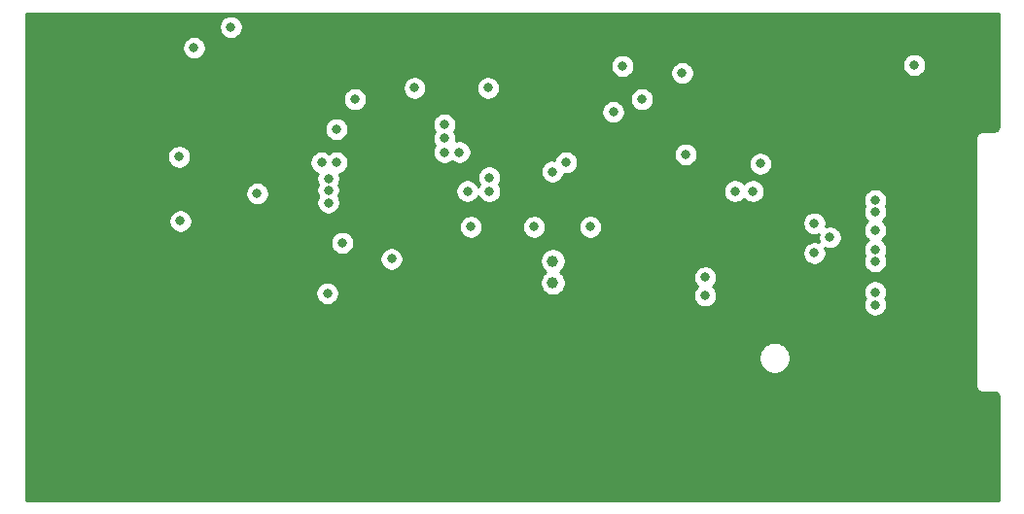
<source format=gbr>
%TF.GenerationSoftware,KiCad,Pcbnew,5.1.9+dfsg1-1~bpo10+1*%
%TF.CreationDate,2021-08-15T14:26:23+08:00*%
%TF.ProjectId,epd-clock,6570642d-636c-46f6-936b-2e6b69636164,rev?*%
%TF.SameCoordinates,Original*%
%TF.FileFunction,Copper,L3,Inr*%
%TF.FilePolarity,Positive*%
%FSLAX46Y46*%
G04 Gerber Fmt 4.6, Leading zero omitted, Abs format (unit mm)*
G04 Created by KiCad (PCBNEW 5.1.9+dfsg1-1~bpo10+1) date 2021-08-15 14:26:23*
%MOMM*%
%LPD*%
G01*
G04 APERTURE LIST*
%TA.AperFunction,ComponentPad*%
%ADD10C,1.000000*%
%TD*%
%TA.AperFunction,ViaPad*%
%ADD11C,0.800000*%
%TD*%
%TA.AperFunction,Conductor*%
%ADD12C,0.254000*%
%TD*%
%TA.AperFunction,Conductor*%
%ADD13C,0.100000*%
%TD*%
G04 APERTURE END LIST*
D10*
%TO.N,Net-(C20-Pad1)*%
%TO.C,Y1*%
X141613000Y-119484000D03*
%TO.N,Net-(C21-Pad1)*%
X141613000Y-121384000D03*
%TD*%
D11*
%TO.N,GND*%
X110175000Y-132000000D03*
X108575000Y-132000000D03*
X106975000Y-132000000D03*
X161306000Y-111800000D03*
X159875000Y-124100000D03*
X108575000Y-133300000D03*
X110175000Y-133300000D03*
X106975000Y-133300000D03*
X108575000Y-134600000D03*
X106975000Y-134600000D03*
X110175000Y-134600000D03*
X127675000Y-116200000D03*
X174575000Y-105300000D03*
X97675000Y-125700000D03*
X100875000Y-130800000D03*
X97575000Y-134900000D03*
X102575000Y-138500000D03*
X119575000Y-129700000D03*
X117575000Y-138000000D03*
X126975000Y-138500000D03*
X134875000Y-129300000D03*
X140975000Y-129800000D03*
X148875000Y-128800000D03*
X154975000Y-129800000D03*
X134875000Y-135900000D03*
X140575000Y-138500000D03*
X148275000Y-135600000D03*
X156375000Y-138500000D03*
X167775000Y-138000000D03*
X175175000Y-135300000D03*
X175775000Y-129800000D03*
X176275000Y-124600000D03*
X176675000Y-115900000D03*
X176175000Y-110800000D03*
X177475000Y-99500000D03*
X177175000Y-104300000D03*
X101075000Y-103000000D03*
X101075000Y-111500000D03*
X101175000Y-119800000D03*
X112875000Y-103900000D03*
X116375000Y-106800000D03*
X105575000Y-99100000D03*
X150075000Y-98900000D03*
X157975000Y-98900000D03*
X168175000Y-98900000D03*
X141475000Y-106300000D03*
X145275000Y-102700000D03*
X150275000Y-109200000D03*
X149575000Y-116400000D03*
X147175000Y-114000000D03*
X140575000Y-113800000D03*
X116975000Y-111300000D03*
X119775000Y-113500000D03*
X108275000Y-120100000D03*
X105475000Y-125000000D03*
X172675000Y-120000000D03*
X176375000Y-120400000D03*
X170075000Y-129100000D03*
X128775000Y-125300000D03*
X127775000Y-129300000D03*
X110175000Y-127900000D03*
X127175000Y-113600000D03*
X126975000Y-111200000D03*
X118575000Y-120600000D03*
X168075000Y-102500000D03*
X120775000Y-104700000D03*
X124975000Y-102600000D03*
X133675000Y-106400000D03*
%TO.N,+3V3*%
X139975000Y-116500000D03*
X134475000Y-116500000D03*
X147675000Y-102500000D03*
X110375000Y-100900000D03*
X109075000Y-110400000D03*
X109175000Y-116000000D03*
X123275000Y-117900000D03*
X127575000Y-119300000D03*
X146875000Y-106500002D03*
X144875000Y-116500000D03*
X115875000Y-113600000D03*
X113575000Y-99100000D03*
%TO.N,/epd/PREVGL*%
X169675000Y-123299998D03*
X154875000Y-122500000D03*
%TO.N,VCC*%
X159675000Y-111000000D03*
X152875000Y-103100000D03*
X173075000Y-102400000D03*
X153175000Y-110200000D03*
%TO.N,/epd/PREVGH*%
X169674998Y-122200000D03*
X154875000Y-120900000D03*
%TO.N,/mcu/EPD_PWR_EN*%
X124375000Y-105400000D03*
X149375000Y-105400000D03*
%TO.N,/epd/DIN*%
X121475000Y-110900000D03*
X169675006Y-119500000D03*
X141575000Y-111700000D03*
%TO.N,/epd/CLK*%
X164375000Y-118800000D03*
X142774998Y-110899998D03*
X122775000Y-108000000D03*
%TO.N,/epd/CS#*%
X169675006Y-118500000D03*
X133475000Y-110000000D03*
%TO.N,/epd/DC#*%
X165747162Y-117426162D03*
X132175000Y-110000000D03*
%TO.N,/mcu/EPD_RST#*%
X169674988Y-116800000D03*
X132175000Y-108800000D03*
%TO.N,/epd/BUSY*%
X164375004Y-116200000D03*
X132175000Y-107600000D03*
%TO.N,/epd/TSCL*%
X169675000Y-114200000D03*
X159037660Y-113400000D03*
%TO.N,/epd/TSDA*%
X169674998Y-115200000D03*
X157475001Y-113400000D03*
%TO.N,/power/ADEN#*%
X121975000Y-122300000D03*
X122072837Y-113303245D03*
%TO.N,/rtc/INT*%
X122075000Y-112300000D03*
X134175000Y-113400000D03*
%TO.N,/flash/MISO*%
X122775000Y-110900002D03*
X136075000Y-112200000D03*
%TO.N,/flash/CS*%
X122075000Y-114400000D03*
X136075000Y-113400000D03*
%TO.N,/mcu/SDA*%
X135975000Y-104400000D03*
X129575000Y-104400006D03*
%TD*%
D12*
%TO.N,GND*%
X180415000Y-107767721D02*
X180405420Y-107865424D01*
X180386420Y-107928357D01*
X180355554Y-107986406D01*
X180314011Y-108037343D01*
X180263356Y-108079248D01*
X180205529Y-108110515D01*
X180142728Y-108129956D01*
X180047165Y-108140000D01*
X179107419Y-108140000D01*
X179075000Y-108136807D01*
X179029432Y-108141295D01*
X178945617Y-108149550D01*
X178821207Y-108187290D01*
X178706550Y-108248575D01*
X178606052Y-108331052D01*
X178523575Y-108431550D01*
X178462290Y-108546207D01*
X178424550Y-108670617D01*
X178411807Y-108800000D01*
X178415000Y-108832419D01*
X178415001Y-130267571D01*
X178411807Y-130300000D01*
X178424550Y-130429383D01*
X178462290Y-130553793D01*
X178523575Y-130668450D01*
X178606052Y-130768948D01*
X178706550Y-130851425D01*
X178821207Y-130912710D01*
X178945617Y-130950450D01*
X179042581Y-130960000D01*
X179075000Y-130963193D01*
X179107419Y-130960000D01*
X180042721Y-130960000D01*
X180140424Y-130969580D01*
X180203356Y-130988580D01*
X180261405Y-131019445D01*
X180312343Y-131060989D01*
X180354248Y-131111644D01*
X180385515Y-131169471D01*
X180404956Y-131232272D01*
X180415000Y-131327835D01*
X180415001Y-140315192D01*
X95759622Y-140339809D01*
X95752439Y-127781589D01*
X159516000Y-127781589D01*
X159516000Y-128054411D01*
X159569225Y-128321989D01*
X159673629Y-128574043D01*
X159825201Y-128800886D01*
X160018114Y-128993799D01*
X160244957Y-129145371D01*
X160497011Y-129249775D01*
X160764589Y-129303000D01*
X161037411Y-129303000D01*
X161304989Y-129249775D01*
X161557043Y-129145371D01*
X161783886Y-128993799D01*
X161976799Y-128800886D01*
X162128371Y-128574043D01*
X162232775Y-128321989D01*
X162286000Y-128054411D01*
X162286000Y-127781589D01*
X162232775Y-127514011D01*
X162128371Y-127261957D01*
X161976799Y-127035114D01*
X161783886Y-126842201D01*
X161557043Y-126690629D01*
X161304989Y-126586225D01*
X161037411Y-126533000D01*
X160764589Y-126533000D01*
X160497011Y-126586225D01*
X160244957Y-126690629D01*
X160018114Y-126842201D01*
X159825201Y-127035114D01*
X159673629Y-127261957D01*
X159569225Y-127514011D01*
X159516000Y-127781589D01*
X95752439Y-127781589D01*
X95749244Y-122198061D01*
X120940000Y-122198061D01*
X120940000Y-122401939D01*
X120979774Y-122601898D01*
X121057795Y-122790256D01*
X121171063Y-122959774D01*
X121315226Y-123103937D01*
X121484744Y-123217205D01*
X121673102Y-123295226D01*
X121873061Y-123335000D01*
X122076939Y-123335000D01*
X122276898Y-123295226D01*
X122465256Y-123217205D01*
X122634774Y-123103937D01*
X122778937Y-122959774D01*
X122892205Y-122790256D01*
X122970226Y-122601898D01*
X123010000Y-122401939D01*
X123010000Y-122198061D01*
X122970226Y-121998102D01*
X122892205Y-121809744D01*
X122778937Y-121640226D01*
X122634774Y-121496063D01*
X122465256Y-121382795D01*
X122276898Y-121304774D01*
X122076939Y-121265000D01*
X121873061Y-121265000D01*
X121673102Y-121304774D01*
X121484744Y-121382795D01*
X121315226Y-121496063D01*
X121171063Y-121640226D01*
X121057795Y-121809744D01*
X120979774Y-121998102D01*
X120940000Y-122198061D01*
X95749244Y-122198061D01*
X95747528Y-119198061D01*
X126540000Y-119198061D01*
X126540000Y-119401939D01*
X126579774Y-119601898D01*
X126657795Y-119790256D01*
X126771063Y-119959774D01*
X126915226Y-120103937D01*
X127084744Y-120217205D01*
X127273102Y-120295226D01*
X127473061Y-120335000D01*
X127676939Y-120335000D01*
X127876898Y-120295226D01*
X128065256Y-120217205D01*
X128234774Y-120103937D01*
X128378937Y-119959774D01*
X128492205Y-119790256D01*
X128570226Y-119601898D01*
X128610000Y-119401939D01*
X128610000Y-119372212D01*
X140478000Y-119372212D01*
X140478000Y-119595788D01*
X140521617Y-119815067D01*
X140607176Y-120021624D01*
X140731388Y-120207520D01*
X140889480Y-120365612D01*
X140991830Y-120434000D01*
X140889480Y-120502388D01*
X140731388Y-120660480D01*
X140607176Y-120846376D01*
X140521617Y-121052933D01*
X140478000Y-121272212D01*
X140478000Y-121495788D01*
X140521617Y-121715067D01*
X140607176Y-121921624D01*
X140731388Y-122107520D01*
X140889480Y-122265612D01*
X141075376Y-122389824D01*
X141281933Y-122475383D01*
X141501212Y-122519000D01*
X141724788Y-122519000D01*
X141944067Y-122475383D01*
X142150624Y-122389824D01*
X142336520Y-122265612D01*
X142494612Y-122107520D01*
X142618824Y-121921624D01*
X142704383Y-121715067D01*
X142748000Y-121495788D01*
X142748000Y-121272212D01*
X142704383Y-121052933D01*
X142618824Y-120846376D01*
X142586541Y-120798061D01*
X153840000Y-120798061D01*
X153840000Y-121001939D01*
X153879774Y-121201898D01*
X153957795Y-121390256D01*
X154071063Y-121559774D01*
X154211289Y-121700000D01*
X154071063Y-121840226D01*
X153957795Y-122009744D01*
X153879774Y-122198102D01*
X153840000Y-122398061D01*
X153840000Y-122601939D01*
X153879774Y-122801898D01*
X153957795Y-122990256D01*
X154071063Y-123159774D01*
X154215226Y-123303937D01*
X154384744Y-123417205D01*
X154573102Y-123495226D01*
X154773061Y-123535000D01*
X154976939Y-123535000D01*
X155176898Y-123495226D01*
X155365256Y-123417205D01*
X155534774Y-123303937D01*
X155678937Y-123159774D01*
X155792205Y-122990256D01*
X155870226Y-122801898D01*
X155910000Y-122601939D01*
X155910000Y-122398061D01*
X155870226Y-122198102D01*
X155828788Y-122098061D01*
X168639998Y-122098061D01*
X168639998Y-122301939D01*
X168679772Y-122501898D01*
X168757793Y-122690256D01*
X168797713Y-122750000D01*
X168757795Y-122809742D01*
X168679774Y-122998100D01*
X168640000Y-123198059D01*
X168640000Y-123401937D01*
X168679774Y-123601896D01*
X168757795Y-123790254D01*
X168871063Y-123959772D01*
X169015226Y-124103935D01*
X169184744Y-124217203D01*
X169373102Y-124295224D01*
X169573061Y-124334998D01*
X169776939Y-124334998D01*
X169976898Y-124295224D01*
X170165256Y-124217203D01*
X170334774Y-124103935D01*
X170478937Y-123959772D01*
X170592205Y-123790254D01*
X170670226Y-123601896D01*
X170710000Y-123401937D01*
X170710000Y-123198059D01*
X170670226Y-122998100D01*
X170592205Y-122809742D01*
X170552285Y-122749998D01*
X170592203Y-122690256D01*
X170670224Y-122501898D01*
X170709998Y-122301939D01*
X170709998Y-122098061D01*
X170670224Y-121898102D01*
X170592203Y-121709744D01*
X170478935Y-121540226D01*
X170334772Y-121396063D01*
X170165254Y-121282795D01*
X169976896Y-121204774D01*
X169776937Y-121165000D01*
X169573059Y-121165000D01*
X169373100Y-121204774D01*
X169184742Y-121282795D01*
X169015224Y-121396063D01*
X168871061Y-121540226D01*
X168757793Y-121709744D01*
X168679772Y-121898102D01*
X168639998Y-122098061D01*
X155828788Y-122098061D01*
X155792205Y-122009744D01*
X155678937Y-121840226D01*
X155538711Y-121700000D01*
X155678937Y-121559774D01*
X155792205Y-121390256D01*
X155870226Y-121201898D01*
X155910000Y-121001939D01*
X155910000Y-120798061D01*
X155870226Y-120598102D01*
X155792205Y-120409744D01*
X155678937Y-120240226D01*
X155534774Y-120096063D01*
X155365256Y-119982795D01*
X155176898Y-119904774D01*
X154976939Y-119865000D01*
X154773061Y-119865000D01*
X154573102Y-119904774D01*
X154384744Y-119982795D01*
X154215226Y-120096063D01*
X154071063Y-120240226D01*
X153957795Y-120409744D01*
X153879774Y-120598102D01*
X153840000Y-120798061D01*
X142586541Y-120798061D01*
X142494612Y-120660480D01*
X142336520Y-120502388D01*
X142234170Y-120434000D01*
X142336520Y-120365612D01*
X142494612Y-120207520D01*
X142618824Y-120021624D01*
X142704383Y-119815067D01*
X142748000Y-119595788D01*
X142748000Y-119372212D01*
X142704383Y-119152933D01*
X142618824Y-118946376D01*
X142494612Y-118760480D01*
X142432193Y-118698061D01*
X163340000Y-118698061D01*
X163340000Y-118901939D01*
X163379774Y-119101898D01*
X163457795Y-119290256D01*
X163571063Y-119459774D01*
X163715226Y-119603937D01*
X163884744Y-119717205D01*
X164073102Y-119795226D01*
X164273061Y-119835000D01*
X164476939Y-119835000D01*
X164676898Y-119795226D01*
X164865256Y-119717205D01*
X165034774Y-119603937D01*
X165178937Y-119459774D01*
X165292205Y-119290256D01*
X165370226Y-119101898D01*
X165410000Y-118901939D01*
X165410000Y-118698061D01*
X165370226Y-118498102D01*
X165316327Y-118367980D01*
X165445264Y-118421388D01*
X165645223Y-118461162D01*
X165849101Y-118461162D01*
X166049060Y-118421388D01*
X166237418Y-118343367D01*
X166406936Y-118230099D01*
X166551099Y-118085936D01*
X166664367Y-117916418D01*
X166742388Y-117728060D01*
X166782162Y-117528101D01*
X166782162Y-117324223D01*
X166742388Y-117124264D01*
X166664367Y-116935906D01*
X166551099Y-116766388D01*
X166482772Y-116698061D01*
X168639988Y-116698061D01*
X168639988Y-116901939D01*
X168679762Y-117101898D01*
X168757783Y-117290256D01*
X168871051Y-117459774D01*
X169015214Y-117603937D01*
X169084161Y-117650006D01*
X169015232Y-117696063D01*
X168871069Y-117840226D01*
X168757801Y-118009744D01*
X168679780Y-118198102D01*
X168640006Y-118398061D01*
X168640006Y-118601939D01*
X168679780Y-118801898D01*
X168757801Y-118990256D01*
X168764312Y-119000000D01*
X168757801Y-119009744D01*
X168679780Y-119198102D01*
X168640006Y-119398061D01*
X168640006Y-119601939D01*
X168679780Y-119801898D01*
X168757801Y-119990256D01*
X168871069Y-120159774D01*
X169015232Y-120303937D01*
X169184750Y-120417205D01*
X169373108Y-120495226D01*
X169573067Y-120535000D01*
X169776945Y-120535000D01*
X169976904Y-120495226D01*
X170165262Y-120417205D01*
X170334780Y-120303937D01*
X170478943Y-120159774D01*
X170592211Y-119990256D01*
X170670232Y-119801898D01*
X170710006Y-119601939D01*
X170710006Y-119398061D01*
X170670232Y-119198102D01*
X170592211Y-119009744D01*
X170585700Y-119000000D01*
X170592211Y-118990256D01*
X170670232Y-118801898D01*
X170710006Y-118601939D01*
X170710006Y-118398061D01*
X170670232Y-118198102D01*
X170592211Y-118009744D01*
X170478943Y-117840226D01*
X170334780Y-117696063D01*
X170265833Y-117649994D01*
X170334762Y-117603937D01*
X170478925Y-117459774D01*
X170592193Y-117290256D01*
X170670214Y-117101898D01*
X170709988Y-116901939D01*
X170709988Y-116698061D01*
X170670214Y-116498102D01*
X170592193Y-116309744D01*
X170478925Y-116140226D01*
X170338704Y-116000005D01*
X170478935Y-115859774D01*
X170592203Y-115690256D01*
X170670224Y-115501898D01*
X170709998Y-115301939D01*
X170709998Y-115098061D01*
X170670224Y-114898102D01*
X170592203Y-114709744D01*
X170585693Y-114700001D01*
X170592205Y-114690256D01*
X170670226Y-114501898D01*
X170710000Y-114301939D01*
X170710000Y-114098061D01*
X170670226Y-113898102D01*
X170592205Y-113709744D01*
X170478937Y-113540226D01*
X170334774Y-113396063D01*
X170165256Y-113282795D01*
X169976898Y-113204774D01*
X169776939Y-113165000D01*
X169573061Y-113165000D01*
X169373102Y-113204774D01*
X169184744Y-113282795D01*
X169015226Y-113396063D01*
X168871063Y-113540226D01*
X168757795Y-113709744D01*
X168679774Y-113898102D01*
X168640000Y-114098061D01*
X168640000Y-114301939D01*
X168679774Y-114501898D01*
X168757795Y-114690256D01*
X168764305Y-114699999D01*
X168757793Y-114709744D01*
X168679772Y-114898102D01*
X168639998Y-115098061D01*
X168639998Y-115301939D01*
X168679772Y-115501898D01*
X168757793Y-115690256D01*
X168871061Y-115859774D01*
X169011282Y-115999995D01*
X168871051Y-116140226D01*
X168757783Y-116309744D01*
X168679762Y-116498102D01*
X168639988Y-116698061D01*
X166482772Y-116698061D01*
X166406936Y-116622225D01*
X166237418Y-116508957D01*
X166049060Y-116430936D01*
X165849101Y-116391162D01*
X165645223Y-116391162D01*
X165445264Y-116430936D01*
X165378875Y-116458435D01*
X165410004Y-116301939D01*
X165410004Y-116098061D01*
X165370230Y-115898102D01*
X165292209Y-115709744D01*
X165178941Y-115540226D01*
X165034778Y-115396063D01*
X164865260Y-115282795D01*
X164676902Y-115204774D01*
X164476943Y-115165000D01*
X164273065Y-115165000D01*
X164073106Y-115204774D01*
X163884748Y-115282795D01*
X163715230Y-115396063D01*
X163571067Y-115540226D01*
X163457799Y-115709744D01*
X163379778Y-115898102D01*
X163340004Y-116098061D01*
X163340004Y-116301939D01*
X163379778Y-116501898D01*
X163457799Y-116690256D01*
X163571067Y-116859774D01*
X163715230Y-117003937D01*
X163884748Y-117117205D01*
X164073106Y-117195226D01*
X164273065Y-117235000D01*
X164476943Y-117235000D01*
X164676902Y-117195226D01*
X164743291Y-117167727D01*
X164712162Y-117324223D01*
X164712162Y-117528101D01*
X164751936Y-117728060D01*
X164805835Y-117858182D01*
X164676898Y-117804774D01*
X164476939Y-117765000D01*
X164273061Y-117765000D01*
X164073102Y-117804774D01*
X163884744Y-117882795D01*
X163715226Y-117996063D01*
X163571063Y-118140226D01*
X163457795Y-118309744D01*
X163379774Y-118498102D01*
X163340000Y-118698061D01*
X142432193Y-118698061D01*
X142336520Y-118602388D01*
X142150624Y-118478176D01*
X141944067Y-118392617D01*
X141724788Y-118349000D01*
X141501212Y-118349000D01*
X141281933Y-118392617D01*
X141075376Y-118478176D01*
X140889480Y-118602388D01*
X140731388Y-118760480D01*
X140607176Y-118946376D01*
X140521617Y-119152933D01*
X140478000Y-119372212D01*
X128610000Y-119372212D01*
X128610000Y-119198061D01*
X128570226Y-118998102D01*
X128492205Y-118809744D01*
X128378937Y-118640226D01*
X128234774Y-118496063D01*
X128065256Y-118382795D01*
X127876898Y-118304774D01*
X127676939Y-118265000D01*
X127473061Y-118265000D01*
X127273102Y-118304774D01*
X127084744Y-118382795D01*
X126915226Y-118496063D01*
X126771063Y-118640226D01*
X126657795Y-118809744D01*
X126579774Y-118998102D01*
X126540000Y-119198061D01*
X95747528Y-119198061D01*
X95746727Y-117798061D01*
X122240000Y-117798061D01*
X122240000Y-118001939D01*
X122279774Y-118201898D01*
X122357795Y-118390256D01*
X122471063Y-118559774D01*
X122615226Y-118703937D01*
X122784744Y-118817205D01*
X122973102Y-118895226D01*
X123173061Y-118935000D01*
X123376939Y-118935000D01*
X123576898Y-118895226D01*
X123765256Y-118817205D01*
X123934774Y-118703937D01*
X124078937Y-118559774D01*
X124192205Y-118390256D01*
X124270226Y-118201898D01*
X124310000Y-118001939D01*
X124310000Y-117798061D01*
X124270226Y-117598102D01*
X124192205Y-117409744D01*
X124078937Y-117240226D01*
X123934774Y-117096063D01*
X123765256Y-116982795D01*
X123576898Y-116904774D01*
X123376939Y-116865000D01*
X123173061Y-116865000D01*
X122973102Y-116904774D01*
X122784744Y-116982795D01*
X122615226Y-117096063D01*
X122471063Y-117240226D01*
X122357795Y-117409744D01*
X122279774Y-117598102D01*
X122240000Y-117798061D01*
X95746727Y-117798061D01*
X95745640Y-115898061D01*
X108140000Y-115898061D01*
X108140000Y-116101939D01*
X108179774Y-116301898D01*
X108257795Y-116490256D01*
X108371063Y-116659774D01*
X108515226Y-116803937D01*
X108684744Y-116917205D01*
X108873102Y-116995226D01*
X109073061Y-117035000D01*
X109276939Y-117035000D01*
X109476898Y-116995226D01*
X109665256Y-116917205D01*
X109834774Y-116803937D01*
X109978937Y-116659774D01*
X110092205Y-116490256D01*
X110130393Y-116398061D01*
X133440000Y-116398061D01*
X133440000Y-116601939D01*
X133479774Y-116801898D01*
X133557795Y-116990256D01*
X133671063Y-117159774D01*
X133815226Y-117303937D01*
X133984744Y-117417205D01*
X134173102Y-117495226D01*
X134373061Y-117535000D01*
X134576939Y-117535000D01*
X134776898Y-117495226D01*
X134965256Y-117417205D01*
X135134774Y-117303937D01*
X135278937Y-117159774D01*
X135392205Y-116990256D01*
X135470226Y-116801898D01*
X135510000Y-116601939D01*
X135510000Y-116398061D01*
X138940000Y-116398061D01*
X138940000Y-116601939D01*
X138979774Y-116801898D01*
X139057795Y-116990256D01*
X139171063Y-117159774D01*
X139315226Y-117303937D01*
X139484744Y-117417205D01*
X139673102Y-117495226D01*
X139873061Y-117535000D01*
X140076939Y-117535000D01*
X140276898Y-117495226D01*
X140465256Y-117417205D01*
X140634774Y-117303937D01*
X140778937Y-117159774D01*
X140892205Y-116990256D01*
X140970226Y-116801898D01*
X141010000Y-116601939D01*
X141010000Y-116398061D01*
X143840000Y-116398061D01*
X143840000Y-116601939D01*
X143879774Y-116801898D01*
X143957795Y-116990256D01*
X144071063Y-117159774D01*
X144215226Y-117303937D01*
X144384744Y-117417205D01*
X144573102Y-117495226D01*
X144773061Y-117535000D01*
X144976939Y-117535000D01*
X145176898Y-117495226D01*
X145365256Y-117417205D01*
X145534774Y-117303937D01*
X145678937Y-117159774D01*
X145792205Y-116990256D01*
X145870226Y-116801898D01*
X145910000Y-116601939D01*
X145910000Y-116398061D01*
X145870226Y-116198102D01*
X145792205Y-116009744D01*
X145678937Y-115840226D01*
X145534774Y-115696063D01*
X145365256Y-115582795D01*
X145176898Y-115504774D01*
X144976939Y-115465000D01*
X144773061Y-115465000D01*
X144573102Y-115504774D01*
X144384744Y-115582795D01*
X144215226Y-115696063D01*
X144071063Y-115840226D01*
X143957795Y-116009744D01*
X143879774Y-116198102D01*
X143840000Y-116398061D01*
X141010000Y-116398061D01*
X140970226Y-116198102D01*
X140892205Y-116009744D01*
X140778937Y-115840226D01*
X140634774Y-115696063D01*
X140465256Y-115582795D01*
X140276898Y-115504774D01*
X140076939Y-115465000D01*
X139873061Y-115465000D01*
X139673102Y-115504774D01*
X139484744Y-115582795D01*
X139315226Y-115696063D01*
X139171063Y-115840226D01*
X139057795Y-116009744D01*
X138979774Y-116198102D01*
X138940000Y-116398061D01*
X135510000Y-116398061D01*
X135470226Y-116198102D01*
X135392205Y-116009744D01*
X135278937Y-115840226D01*
X135134774Y-115696063D01*
X134965256Y-115582795D01*
X134776898Y-115504774D01*
X134576939Y-115465000D01*
X134373061Y-115465000D01*
X134173102Y-115504774D01*
X133984744Y-115582795D01*
X133815226Y-115696063D01*
X133671063Y-115840226D01*
X133557795Y-116009744D01*
X133479774Y-116198102D01*
X133440000Y-116398061D01*
X110130393Y-116398061D01*
X110170226Y-116301898D01*
X110210000Y-116101939D01*
X110210000Y-115898061D01*
X110170226Y-115698102D01*
X110092205Y-115509744D01*
X109978937Y-115340226D01*
X109834774Y-115196063D01*
X109665256Y-115082795D01*
X109476898Y-115004774D01*
X109276939Y-114965000D01*
X109073061Y-114965000D01*
X108873102Y-115004774D01*
X108684744Y-115082795D01*
X108515226Y-115196063D01*
X108371063Y-115340226D01*
X108257795Y-115509744D01*
X108179774Y-115698102D01*
X108140000Y-115898061D01*
X95745640Y-115898061D01*
X95744267Y-113498061D01*
X114840000Y-113498061D01*
X114840000Y-113701939D01*
X114879774Y-113901898D01*
X114957795Y-114090256D01*
X115071063Y-114259774D01*
X115215226Y-114403937D01*
X115384744Y-114517205D01*
X115573102Y-114595226D01*
X115773061Y-114635000D01*
X115976939Y-114635000D01*
X116176898Y-114595226D01*
X116365256Y-114517205D01*
X116534774Y-114403937D01*
X116678937Y-114259774D01*
X116792205Y-114090256D01*
X116870226Y-113901898D01*
X116910000Y-113701939D01*
X116910000Y-113498061D01*
X116870226Y-113298102D01*
X116792205Y-113109744D01*
X116678937Y-112940226D01*
X116534774Y-112796063D01*
X116365256Y-112682795D01*
X116176898Y-112604774D01*
X115976939Y-112565000D01*
X115773061Y-112565000D01*
X115573102Y-112604774D01*
X115384744Y-112682795D01*
X115215226Y-112796063D01*
X115071063Y-112940226D01*
X114957795Y-113109744D01*
X114879774Y-113298102D01*
X114840000Y-113498061D01*
X95744267Y-113498061D01*
X95742436Y-110298061D01*
X108040000Y-110298061D01*
X108040000Y-110501939D01*
X108079774Y-110701898D01*
X108157795Y-110890256D01*
X108271063Y-111059774D01*
X108415226Y-111203937D01*
X108584744Y-111317205D01*
X108773102Y-111395226D01*
X108973061Y-111435000D01*
X109176939Y-111435000D01*
X109376898Y-111395226D01*
X109565256Y-111317205D01*
X109734774Y-111203937D01*
X109878937Y-111059774D01*
X109992205Y-110890256D01*
X110030393Y-110798061D01*
X120440000Y-110798061D01*
X120440000Y-111001939D01*
X120479774Y-111201898D01*
X120557795Y-111390256D01*
X120671063Y-111559774D01*
X120815226Y-111703937D01*
X120984744Y-111817205D01*
X121129814Y-111877295D01*
X121079774Y-111998102D01*
X121040000Y-112198061D01*
X121040000Y-112401939D01*
X121079774Y-112601898D01*
X121157795Y-112790256D01*
X121164308Y-112800004D01*
X121155632Y-112812989D01*
X121077611Y-113001347D01*
X121037837Y-113201306D01*
X121037837Y-113405184D01*
X121077611Y-113605143D01*
X121155632Y-113793501D01*
X121195549Y-113853241D01*
X121157795Y-113909744D01*
X121079774Y-114098102D01*
X121040000Y-114298061D01*
X121040000Y-114501939D01*
X121079774Y-114701898D01*
X121157795Y-114890256D01*
X121271063Y-115059774D01*
X121415226Y-115203937D01*
X121584744Y-115317205D01*
X121773102Y-115395226D01*
X121973061Y-115435000D01*
X122176939Y-115435000D01*
X122376898Y-115395226D01*
X122565256Y-115317205D01*
X122734774Y-115203937D01*
X122878937Y-115059774D01*
X122992205Y-114890256D01*
X123070226Y-114701898D01*
X123110000Y-114501939D01*
X123110000Y-114298061D01*
X123070226Y-114098102D01*
X122992205Y-113909744D01*
X122952288Y-113850004D01*
X122990042Y-113793501D01*
X123068063Y-113605143D01*
X123107837Y-113405184D01*
X123107837Y-113298061D01*
X133140000Y-113298061D01*
X133140000Y-113501939D01*
X133179774Y-113701898D01*
X133257795Y-113890256D01*
X133371063Y-114059774D01*
X133515226Y-114203937D01*
X133684744Y-114317205D01*
X133873102Y-114395226D01*
X134073061Y-114435000D01*
X134276939Y-114435000D01*
X134476898Y-114395226D01*
X134665256Y-114317205D01*
X134834774Y-114203937D01*
X134978937Y-114059774D01*
X135092205Y-113890256D01*
X135125000Y-113811082D01*
X135157795Y-113890256D01*
X135271063Y-114059774D01*
X135415226Y-114203937D01*
X135584744Y-114317205D01*
X135773102Y-114395226D01*
X135973061Y-114435000D01*
X136176939Y-114435000D01*
X136376898Y-114395226D01*
X136565256Y-114317205D01*
X136734774Y-114203937D01*
X136878937Y-114059774D01*
X136992205Y-113890256D01*
X137070226Y-113701898D01*
X137110000Y-113501939D01*
X137110000Y-113298061D01*
X156440001Y-113298061D01*
X156440001Y-113501939D01*
X156479775Y-113701898D01*
X156557796Y-113890256D01*
X156671064Y-114059774D01*
X156815227Y-114203937D01*
X156984745Y-114317205D01*
X157173103Y-114395226D01*
X157373062Y-114435000D01*
X157576940Y-114435000D01*
X157776899Y-114395226D01*
X157965257Y-114317205D01*
X158134775Y-114203937D01*
X158256331Y-114082382D01*
X158377886Y-114203937D01*
X158547404Y-114317205D01*
X158735762Y-114395226D01*
X158935721Y-114435000D01*
X159139599Y-114435000D01*
X159339558Y-114395226D01*
X159527916Y-114317205D01*
X159697434Y-114203937D01*
X159841597Y-114059774D01*
X159954865Y-113890256D01*
X160032886Y-113701898D01*
X160072660Y-113501939D01*
X160072660Y-113298061D01*
X160032886Y-113098102D01*
X159954865Y-112909744D01*
X159841597Y-112740226D01*
X159697434Y-112596063D01*
X159527916Y-112482795D01*
X159339558Y-112404774D01*
X159139599Y-112365000D01*
X158935721Y-112365000D01*
X158735762Y-112404774D01*
X158547404Y-112482795D01*
X158377886Y-112596063D01*
X158256331Y-112717619D01*
X158134775Y-112596063D01*
X157965257Y-112482795D01*
X157776899Y-112404774D01*
X157576940Y-112365000D01*
X157373062Y-112365000D01*
X157173103Y-112404774D01*
X156984745Y-112482795D01*
X156815227Y-112596063D01*
X156671064Y-112740226D01*
X156557796Y-112909744D01*
X156479775Y-113098102D01*
X156440001Y-113298061D01*
X137110000Y-113298061D01*
X137070226Y-113098102D01*
X136992205Y-112909744D01*
X136918877Y-112800000D01*
X136992205Y-112690256D01*
X137070226Y-112501898D01*
X137110000Y-112301939D01*
X137110000Y-112098061D01*
X137070226Y-111898102D01*
X136992205Y-111709744D01*
X136917582Y-111598061D01*
X140540000Y-111598061D01*
X140540000Y-111801939D01*
X140579774Y-112001898D01*
X140657795Y-112190256D01*
X140771063Y-112359774D01*
X140915226Y-112503937D01*
X141084744Y-112617205D01*
X141273102Y-112695226D01*
X141473061Y-112735000D01*
X141676939Y-112735000D01*
X141876898Y-112695226D01*
X142065256Y-112617205D01*
X142234774Y-112503937D01*
X142378937Y-112359774D01*
X142492205Y-112190256D01*
X142570226Y-112001898D01*
X142586940Y-111917868D01*
X142673059Y-111934998D01*
X142876937Y-111934998D01*
X143076896Y-111895224D01*
X143265254Y-111817203D01*
X143434772Y-111703935D01*
X143578935Y-111559772D01*
X143692203Y-111390254D01*
X143770224Y-111201896D01*
X143809998Y-111001937D01*
X143809998Y-110798059D01*
X143770224Y-110598100D01*
X143692203Y-110409742D01*
X143578935Y-110240224D01*
X143436772Y-110098061D01*
X152140000Y-110098061D01*
X152140000Y-110301939D01*
X152179774Y-110501898D01*
X152257795Y-110690256D01*
X152371063Y-110859774D01*
X152515226Y-111003937D01*
X152684744Y-111117205D01*
X152873102Y-111195226D01*
X153073061Y-111235000D01*
X153276939Y-111235000D01*
X153476898Y-111195226D01*
X153665256Y-111117205D01*
X153834774Y-111003937D01*
X153940650Y-110898061D01*
X158640000Y-110898061D01*
X158640000Y-111101939D01*
X158679774Y-111301898D01*
X158757795Y-111490256D01*
X158871063Y-111659774D01*
X159015226Y-111803937D01*
X159184744Y-111917205D01*
X159373102Y-111995226D01*
X159573061Y-112035000D01*
X159776939Y-112035000D01*
X159976898Y-111995226D01*
X160165256Y-111917205D01*
X160334774Y-111803937D01*
X160478937Y-111659774D01*
X160592205Y-111490256D01*
X160670226Y-111301898D01*
X160710000Y-111101939D01*
X160710000Y-110898061D01*
X160670226Y-110698102D01*
X160592205Y-110509744D01*
X160478937Y-110340226D01*
X160334774Y-110196063D01*
X160165256Y-110082795D01*
X159976898Y-110004774D01*
X159776939Y-109965000D01*
X159573061Y-109965000D01*
X159373102Y-110004774D01*
X159184744Y-110082795D01*
X159015226Y-110196063D01*
X158871063Y-110340226D01*
X158757795Y-110509744D01*
X158679774Y-110698102D01*
X158640000Y-110898061D01*
X153940650Y-110898061D01*
X153978937Y-110859774D01*
X154092205Y-110690256D01*
X154170226Y-110501898D01*
X154210000Y-110301939D01*
X154210000Y-110098061D01*
X154170226Y-109898102D01*
X154092205Y-109709744D01*
X153978937Y-109540226D01*
X153834774Y-109396063D01*
X153665256Y-109282795D01*
X153476898Y-109204774D01*
X153276939Y-109165000D01*
X153073061Y-109165000D01*
X152873102Y-109204774D01*
X152684744Y-109282795D01*
X152515226Y-109396063D01*
X152371063Y-109540226D01*
X152257795Y-109709744D01*
X152179774Y-109898102D01*
X152140000Y-110098061D01*
X143436772Y-110098061D01*
X143434772Y-110096061D01*
X143265254Y-109982793D01*
X143076896Y-109904772D01*
X142876937Y-109864998D01*
X142673059Y-109864998D01*
X142473100Y-109904772D01*
X142284742Y-109982793D01*
X142115224Y-110096061D01*
X141971061Y-110240224D01*
X141857793Y-110409742D01*
X141779772Y-110598100D01*
X141763058Y-110682130D01*
X141676939Y-110665000D01*
X141473061Y-110665000D01*
X141273102Y-110704774D01*
X141084744Y-110782795D01*
X140915226Y-110896063D01*
X140771063Y-111040226D01*
X140657795Y-111209744D01*
X140579774Y-111398102D01*
X140540000Y-111598061D01*
X136917582Y-111598061D01*
X136878937Y-111540226D01*
X136734774Y-111396063D01*
X136565256Y-111282795D01*
X136376898Y-111204774D01*
X136176939Y-111165000D01*
X135973061Y-111165000D01*
X135773102Y-111204774D01*
X135584744Y-111282795D01*
X135415226Y-111396063D01*
X135271063Y-111540226D01*
X135157795Y-111709744D01*
X135079774Y-111898102D01*
X135040000Y-112098061D01*
X135040000Y-112301939D01*
X135079774Y-112501898D01*
X135157795Y-112690256D01*
X135231123Y-112800000D01*
X135157795Y-112909744D01*
X135125000Y-112988918D01*
X135092205Y-112909744D01*
X134978937Y-112740226D01*
X134834774Y-112596063D01*
X134665256Y-112482795D01*
X134476898Y-112404774D01*
X134276939Y-112365000D01*
X134073061Y-112365000D01*
X133873102Y-112404774D01*
X133684744Y-112482795D01*
X133515226Y-112596063D01*
X133371063Y-112740226D01*
X133257795Y-112909744D01*
X133179774Y-113098102D01*
X133140000Y-113298061D01*
X123107837Y-113298061D01*
X123107837Y-113201306D01*
X123068063Y-113001347D01*
X122990042Y-112812989D01*
X122983529Y-112803241D01*
X122992205Y-112790256D01*
X123070226Y-112601898D01*
X123110000Y-112401939D01*
X123110000Y-112198061D01*
X123070226Y-111998102D01*
X123031365Y-111904285D01*
X123076898Y-111895228D01*
X123265256Y-111817207D01*
X123434774Y-111703939D01*
X123578937Y-111559776D01*
X123692205Y-111390258D01*
X123770226Y-111201900D01*
X123810000Y-111001941D01*
X123810000Y-110798063D01*
X123770226Y-110598104D01*
X123692205Y-110409746D01*
X123578937Y-110240228D01*
X123434774Y-110096065D01*
X123265256Y-109982797D01*
X123076898Y-109904776D01*
X122876939Y-109865002D01*
X122673061Y-109865002D01*
X122473102Y-109904776D01*
X122284744Y-109982797D01*
X122125001Y-110089533D01*
X121965256Y-109982795D01*
X121776898Y-109904774D01*
X121576939Y-109865000D01*
X121373061Y-109865000D01*
X121173102Y-109904774D01*
X120984744Y-109982795D01*
X120815226Y-110096063D01*
X120671063Y-110240226D01*
X120557795Y-110409744D01*
X120479774Y-110598102D01*
X120440000Y-110798061D01*
X110030393Y-110798061D01*
X110070226Y-110701898D01*
X110110000Y-110501939D01*
X110110000Y-110298061D01*
X110070226Y-110098102D01*
X109992205Y-109909744D01*
X109878937Y-109740226D01*
X109734774Y-109596063D01*
X109565256Y-109482795D01*
X109376898Y-109404774D01*
X109176939Y-109365000D01*
X108973061Y-109365000D01*
X108773102Y-109404774D01*
X108584744Y-109482795D01*
X108415226Y-109596063D01*
X108271063Y-109740226D01*
X108157795Y-109909744D01*
X108079774Y-110098102D01*
X108040000Y-110298061D01*
X95742436Y-110298061D01*
X95741063Y-107898061D01*
X121740000Y-107898061D01*
X121740000Y-108101939D01*
X121779774Y-108301898D01*
X121857795Y-108490256D01*
X121971063Y-108659774D01*
X122115226Y-108803937D01*
X122284744Y-108917205D01*
X122473102Y-108995226D01*
X122673061Y-109035000D01*
X122876939Y-109035000D01*
X123076898Y-108995226D01*
X123265256Y-108917205D01*
X123434774Y-108803937D01*
X123578937Y-108659774D01*
X123692205Y-108490256D01*
X123770226Y-108301898D01*
X123810000Y-108101939D01*
X123810000Y-107898061D01*
X123770226Y-107698102D01*
X123692205Y-107509744D01*
X123684399Y-107498061D01*
X131140000Y-107498061D01*
X131140000Y-107701939D01*
X131179774Y-107901898D01*
X131257795Y-108090256D01*
X131331123Y-108200000D01*
X131257795Y-108309744D01*
X131179774Y-108498102D01*
X131140000Y-108698061D01*
X131140000Y-108901939D01*
X131179774Y-109101898D01*
X131257795Y-109290256D01*
X131331123Y-109400000D01*
X131257795Y-109509744D01*
X131179774Y-109698102D01*
X131140000Y-109898061D01*
X131140000Y-110101939D01*
X131179774Y-110301898D01*
X131257795Y-110490256D01*
X131371063Y-110659774D01*
X131515226Y-110803937D01*
X131684744Y-110917205D01*
X131873102Y-110995226D01*
X132073061Y-111035000D01*
X132276939Y-111035000D01*
X132476898Y-110995226D01*
X132665256Y-110917205D01*
X132825000Y-110810468D01*
X132984744Y-110917205D01*
X133173102Y-110995226D01*
X133373061Y-111035000D01*
X133576939Y-111035000D01*
X133776898Y-110995226D01*
X133965256Y-110917205D01*
X134134774Y-110803937D01*
X134278937Y-110659774D01*
X134392205Y-110490256D01*
X134470226Y-110301898D01*
X134510000Y-110101939D01*
X134510000Y-109898061D01*
X134470226Y-109698102D01*
X134392205Y-109509744D01*
X134278937Y-109340226D01*
X134134774Y-109196063D01*
X133965256Y-109082795D01*
X133776898Y-109004774D01*
X133576939Y-108965000D01*
X133373061Y-108965000D01*
X133190222Y-109001369D01*
X133210000Y-108901939D01*
X133210000Y-108698061D01*
X133170226Y-108498102D01*
X133092205Y-108309744D01*
X133018877Y-108200000D01*
X133092205Y-108090256D01*
X133170226Y-107901898D01*
X133210000Y-107701939D01*
X133210000Y-107498061D01*
X133170226Y-107298102D01*
X133092205Y-107109744D01*
X132978937Y-106940226D01*
X132834774Y-106796063D01*
X132665256Y-106682795D01*
X132476898Y-106604774D01*
X132276939Y-106565000D01*
X132073061Y-106565000D01*
X131873102Y-106604774D01*
X131684744Y-106682795D01*
X131515226Y-106796063D01*
X131371063Y-106940226D01*
X131257795Y-107109744D01*
X131179774Y-107298102D01*
X131140000Y-107498061D01*
X123684399Y-107498061D01*
X123578937Y-107340226D01*
X123434774Y-107196063D01*
X123265256Y-107082795D01*
X123076898Y-107004774D01*
X122876939Y-106965000D01*
X122673061Y-106965000D01*
X122473102Y-107004774D01*
X122284744Y-107082795D01*
X122115226Y-107196063D01*
X121971063Y-107340226D01*
X121857795Y-107509744D01*
X121779774Y-107698102D01*
X121740000Y-107898061D01*
X95741063Y-107898061D01*
X95739576Y-105298061D01*
X123340000Y-105298061D01*
X123340000Y-105501939D01*
X123379774Y-105701898D01*
X123457795Y-105890256D01*
X123571063Y-106059774D01*
X123715226Y-106203937D01*
X123884744Y-106317205D01*
X124073102Y-106395226D01*
X124273061Y-106435000D01*
X124476939Y-106435000D01*
X124662635Y-106398063D01*
X145840000Y-106398063D01*
X145840000Y-106601941D01*
X145879774Y-106801900D01*
X145957795Y-106990258D01*
X146071063Y-107159776D01*
X146215226Y-107303939D01*
X146384744Y-107417207D01*
X146573102Y-107495228D01*
X146773061Y-107535002D01*
X146976939Y-107535002D01*
X147176898Y-107495228D01*
X147365256Y-107417207D01*
X147534774Y-107303939D01*
X147678937Y-107159776D01*
X147792205Y-106990258D01*
X147870226Y-106801900D01*
X147910000Y-106601941D01*
X147910000Y-106398063D01*
X147870226Y-106198104D01*
X147792205Y-106009746D01*
X147678937Y-105840228D01*
X147534774Y-105696065D01*
X147365256Y-105582797D01*
X147176898Y-105504776D01*
X146976939Y-105465002D01*
X146773061Y-105465002D01*
X146573102Y-105504776D01*
X146384744Y-105582797D01*
X146215226Y-105696065D01*
X146071063Y-105840228D01*
X145957795Y-106009746D01*
X145879774Y-106198104D01*
X145840000Y-106398063D01*
X124662635Y-106398063D01*
X124676898Y-106395226D01*
X124865256Y-106317205D01*
X125034774Y-106203937D01*
X125178937Y-106059774D01*
X125292205Y-105890256D01*
X125370226Y-105701898D01*
X125410000Y-105501939D01*
X125410000Y-105298061D01*
X125370226Y-105098102D01*
X125292205Y-104909744D01*
X125178937Y-104740226D01*
X125034774Y-104596063D01*
X124865256Y-104482795D01*
X124676898Y-104404774D01*
X124476939Y-104365000D01*
X124273061Y-104365000D01*
X124073102Y-104404774D01*
X123884744Y-104482795D01*
X123715226Y-104596063D01*
X123571063Y-104740226D01*
X123457795Y-104909744D01*
X123379774Y-105098102D01*
X123340000Y-105298061D01*
X95739576Y-105298061D01*
X95739004Y-104298067D01*
X128540000Y-104298067D01*
X128540000Y-104501945D01*
X128579774Y-104701904D01*
X128657795Y-104890262D01*
X128771063Y-105059780D01*
X128915226Y-105203943D01*
X129084744Y-105317211D01*
X129273102Y-105395232D01*
X129473061Y-105435006D01*
X129676939Y-105435006D01*
X129876898Y-105395232D01*
X130065256Y-105317211D01*
X130234774Y-105203943D01*
X130378937Y-105059780D01*
X130492205Y-104890262D01*
X130570226Y-104701904D01*
X130610000Y-104501945D01*
X130610000Y-104298067D01*
X130609999Y-104298061D01*
X134940000Y-104298061D01*
X134940000Y-104501939D01*
X134979774Y-104701898D01*
X135057795Y-104890256D01*
X135171063Y-105059774D01*
X135315226Y-105203937D01*
X135484744Y-105317205D01*
X135673102Y-105395226D01*
X135873061Y-105435000D01*
X136076939Y-105435000D01*
X136276898Y-105395226D01*
X136465256Y-105317205D01*
X136493907Y-105298061D01*
X148340000Y-105298061D01*
X148340000Y-105501939D01*
X148379774Y-105701898D01*
X148457795Y-105890256D01*
X148571063Y-106059774D01*
X148715226Y-106203937D01*
X148884744Y-106317205D01*
X149073102Y-106395226D01*
X149273061Y-106435000D01*
X149476939Y-106435000D01*
X149676898Y-106395226D01*
X149865256Y-106317205D01*
X150034774Y-106203937D01*
X150178937Y-106059774D01*
X150292205Y-105890256D01*
X150370226Y-105701898D01*
X150410000Y-105501939D01*
X150410000Y-105298061D01*
X150370226Y-105098102D01*
X150292205Y-104909744D01*
X150178937Y-104740226D01*
X150034774Y-104596063D01*
X149865256Y-104482795D01*
X149676898Y-104404774D01*
X149476939Y-104365000D01*
X149273061Y-104365000D01*
X149073102Y-104404774D01*
X148884744Y-104482795D01*
X148715226Y-104596063D01*
X148571063Y-104740226D01*
X148457795Y-104909744D01*
X148379774Y-105098102D01*
X148340000Y-105298061D01*
X136493907Y-105298061D01*
X136634774Y-105203937D01*
X136778937Y-105059774D01*
X136892205Y-104890256D01*
X136970226Y-104701898D01*
X137010000Y-104501939D01*
X137010000Y-104298061D01*
X136970226Y-104098102D01*
X136892205Y-103909744D01*
X136778937Y-103740226D01*
X136634774Y-103596063D01*
X136465256Y-103482795D01*
X136276898Y-103404774D01*
X136076939Y-103365000D01*
X135873061Y-103365000D01*
X135673102Y-103404774D01*
X135484744Y-103482795D01*
X135315226Y-103596063D01*
X135171063Y-103740226D01*
X135057795Y-103909744D01*
X134979774Y-104098102D01*
X134940000Y-104298061D01*
X130609999Y-104298061D01*
X130570226Y-104098108D01*
X130492205Y-103909750D01*
X130378937Y-103740232D01*
X130234774Y-103596069D01*
X130065256Y-103482801D01*
X129876898Y-103404780D01*
X129676939Y-103365006D01*
X129473061Y-103365006D01*
X129273102Y-103404780D01*
X129084744Y-103482801D01*
X128915226Y-103596069D01*
X128771063Y-103740232D01*
X128657795Y-103909750D01*
X128579774Y-104098108D01*
X128540000Y-104298067D01*
X95739004Y-104298067D01*
X95737917Y-102398061D01*
X146640000Y-102398061D01*
X146640000Y-102601939D01*
X146679774Y-102801898D01*
X146757795Y-102990256D01*
X146871063Y-103159774D01*
X147015226Y-103303937D01*
X147184744Y-103417205D01*
X147373102Y-103495226D01*
X147573061Y-103535000D01*
X147776939Y-103535000D01*
X147976898Y-103495226D01*
X148165256Y-103417205D01*
X148334774Y-103303937D01*
X148478937Y-103159774D01*
X148586989Y-102998061D01*
X151840000Y-102998061D01*
X151840000Y-103201939D01*
X151879774Y-103401898D01*
X151957795Y-103590256D01*
X152071063Y-103759774D01*
X152215226Y-103903937D01*
X152384744Y-104017205D01*
X152573102Y-104095226D01*
X152773061Y-104135000D01*
X152976939Y-104135000D01*
X153176898Y-104095226D01*
X153365256Y-104017205D01*
X153534774Y-103903937D01*
X153678937Y-103759774D01*
X153792205Y-103590256D01*
X153870226Y-103401898D01*
X153910000Y-103201939D01*
X153910000Y-102998061D01*
X153870226Y-102798102D01*
X153792205Y-102609744D01*
X153678937Y-102440226D01*
X153536772Y-102298061D01*
X172040000Y-102298061D01*
X172040000Y-102501939D01*
X172079774Y-102701898D01*
X172157795Y-102890256D01*
X172271063Y-103059774D01*
X172415226Y-103203937D01*
X172584744Y-103317205D01*
X172773102Y-103395226D01*
X172973061Y-103435000D01*
X173176939Y-103435000D01*
X173376898Y-103395226D01*
X173565256Y-103317205D01*
X173734774Y-103203937D01*
X173878937Y-103059774D01*
X173992205Y-102890256D01*
X174070226Y-102701898D01*
X174110000Y-102501939D01*
X174110000Y-102298061D01*
X174070226Y-102098102D01*
X173992205Y-101909744D01*
X173878937Y-101740226D01*
X173734774Y-101596063D01*
X173565256Y-101482795D01*
X173376898Y-101404774D01*
X173176939Y-101365000D01*
X172973061Y-101365000D01*
X172773102Y-101404774D01*
X172584744Y-101482795D01*
X172415226Y-101596063D01*
X172271063Y-101740226D01*
X172157795Y-101909744D01*
X172079774Y-102098102D01*
X172040000Y-102298061D01*
X153536772Y-102298061D01*
X153534774Y-102296063D01*
X153365256Y-102182795D01*
X153176898Y-102104774D01*
X152976939Y-102065000D01*
X152773061Y-102065000D01*
X152573102Y-102104774D01*
X152384744Y-102182795D01*
X152215226Y-102296063D01*
X152071063Y-102440226D01*
X151957795Y-102609744D01*
X151879774Y-102798102D01*
X151840000Y-102998061D01*
X148586989Y-102998061D01*
X148592205Y-102990256D01*
X148670226Y-102801898D01*
X148710000Y-102601939D01*
X148710000Y-102398061D01*
X148670226Y-102198102D01*
X148592205Y-102009744D01*
X148478937Y-101840226D01*
X148334774Y-101696063D01*
X148165256Y-101582795D01*
X147976898Y-101504774D01*
X147776939Y-101465000D01*
X147573061Y-101465000D01*
X147373102Y-101504774D01*
X147184744Y-101582795D01*
X147015226Y-101696063D01*
X146871063Y-101840226D01*
X146757795Y-102009744D01*
X146679774Y-102198102D01*
X146640000Y-102398061D01*
X95737917Y-102398061D01*
X95737001Y-100798061D01*
X109340000Y-100798061D01*
X109340000Y-101001939D01*
X109379774Y-101201898D01*
X109457795Y-101390256D01*
X109571063Y-101559774D01*
X109715226Y-101703937D01*
X109884744Y-101817205D01*
X110073102Y-101895226D01*
X110273061Y-101935000D01*
X110476939Y-101935000D01*
X110676898Y-101895226D01*
X110865256Y-101817205D01*
X111034774Y-101703937D01*
X111178937Y-101559774D01*
X111292205Y-101390256D01*
X111370226Y-101201898D01*
X111410000Y-101001939D01*
X111410000Y-100798061D01*
X111370226Y-100598102D01*
X111292205Y-100409744D01*
X111178937Y-100240226D01*
X111034774Y-100096063D01*
X110865256Y-99982795D01*
X110676898Y-99904774D01*
X110476939Y-99865000D01*
X110273061Y-99865000D01*
X110073102Y-99904774D01*
X109884744Y-99982795D01*
X109715226Y-100096063D01*
X109571063Y-100240226D01*
X109457795Y-100409744D01*
X109379774Y-100598102D01*
X109340000Y-100798061D01*
X95737001Y-100798061D01*
X95735972Y-98998061D01*
X112540000Y-98998061D01*
X112540000Y-99201939D01*
X112579774Y-99401898D01*
X112657795Y-99590256D01*
X112771063Y-99759774D01*
X112915226Y-99903937D01*
X113084744Y-100017205D01*
X113273102Y-100095226D01*
X113473061Y-100135000D01*
X113676939Y-100135000D01*
X113876898Y-100095226D01*
X114065256Y-100017205D01*
X114234774Y-99903937D01*
X114378937Y-99759774D01*
X114492205Y-99590256D01*
X114570226Y-99401898D01*
X114610000Y-99201939D01*
X114610000Y-98998061D01*
X114570226Y-98798102D01*
X114492205Y-98609744D01*
X114378937Y-98440226D01*
X114234774Y-98296063D01*
X114065256Y-98182795D01*
X113876898Y-98104774D01*
X113676939Y-98065000D01*
X113473061Y-98065000D01*
X113273102Y-98104774D01*
X113084744Y-98182795D01*
X112915226Y-98296063D01*
X112771063Y-98440226D01*
X112657795Y-98609744D01*
X112579774Y-98798102D01*
X112540000Y-98998061D01*
X95735972Y-98998061D01*
X95735377Y-97960000D01*
X180415001Y-97960000D01*
X180415000Y-107767721D01*
%TA.AperFunction,Conductor*%
D13*
G36*
X180415000Y-107767721D02*
G01*
X180405420Y-107865424D01*
X180386420Y-107928357D01*
X180355554Y-107986406D01*
X180314011Y-108037343D01*
X180263356Y-108079248D01*
X180205529Y-108110515D01*
X180142728Y-108129956D01*
X180047165Y-108140000D01*
X179107419Y-108140000D01*
X179075000Y-108136807D01*
X179029432Y-108141295D01*
X178945617Y-108149550D01*
X178821207Y-108187290D01*
X178706550Y-108248575D01*
X178606052Y-108331052D01*
X178523575Y-108431550D01*
X178462290Y-108546207D01*
X178424550Y-108670617D01*
X178411807Y-108800000D01*
X178415000Y-108832419D01*
X178415001Y-130267571D01*
X178411807Y-130300000D01*
X178424550Y-130429383D01*
X178462290Y-130553793D01*
X178523575Y-130668450D01*
X178606052Y-130768948D01*
X178706550Y-130851425D01*
X178821207Y-130912710D01*
X178945617Y-130950450D01*
X179042581Y-130960000D01*
X179075000Y-130963193D01*
X179107419Y-130960000D01*
X180042721Y-130960000D01*
X180140424Y-130969580D01*
X180203356Y-130988580D01*
X180261405Y-131019445D01*
X180312343Y-131060989D01*
X180354248Y-131111644D01*
X180385515Y-131169471D01*
X180404956Y-131232272D01*
X180415000Y-131327835D01*
X180415001Y-140315192D01*
X95759622Y-140339809D01*
X95752439Y-127781589D01*
X159516000Y-127781589D01*
X159516000Y-128054411D01*
X159569225Y-128321989D01*
X159673629Y-128574043D01*
X159825201Y-128800886D01*
X160018114Y-128993799D01*
X160244957Y-129145371D01*
X160497011Y-129249775D01*
X160764589Y-129303000D01*
X161037411Y-129303000D01*
X161304989Y-129249775D01*
X161557043Y-129145371D01*
X161783886Y-128993799D01*
X161976799Y-128800886D01*
X162128371Y-128574043D01*
X162232775Y-128321989D01*
X162286000Y-128054411D01*
X162286000Y-127781589D01*
X162232775Y-127514011D01*
X162128371Y-127261957D01*
X161976799Y-127035114D01*
X161783886Y-126842201D01*
X161557043Y-126690629D01*
X161304989Y-126586225D01*
X161037411Y-126533000D01*
X160764589Y-126533000D01*
X160497011Y-126586225D01*
X160244957Y-126690629D01*
X160018114Y-126842201D01*
X159825201Y-127035114D01*
X159673629Y-127261957D01*
X159569225Y-127514011D01*
X159516000Y-127781589D01*
X95752439Y-127781589D01*
X95749244Y-122198061D01*
X120940000Y-122198061D01*
X120940000Y-122401939D01*
X120979774Y-122601898D01*
X121057795Y-122790256D01*
X121171063Y-122959774D01*
X121315226Y-123103937D01*
X121484744Y-123217205D01*
X121673102Y-123295226D01*
X121873061Y-123335000D01*
X122076939Y-123335000D01*
X122276898Y-123295226D01*
X122465256Y-123217205D01*
X122634774Y-123103937D01*
X122778937Y-122959774D01*
X122892205Y-122790256D01*
X122970226Y-122601898D01*
X123010000Y-122401939D01*
X123010000Y-122198061D01*
X122970226Y-121998102D01*
X122892205Y-121809744D01*
X122778937Y-121640226D01*
X122634774Y-121496063D01*
X122465256Y-121382795D01*
X122276898Y-121304774D01*
X122076939Y-121265000D01*
X121873061Y-121265000D01*
X121673102Y-121304774D01*
X121484744Y-121382795D01*
X121315226Y-121496063D01*
X121171063Y-121640226D01*
X121057795Y-121809744D01*
X120979774Y-121998102D01*
X120940000Y-122198061D01*
X95749244Y-122198061D01*
X95747528Y-119198061D01*
X126540000Y-119198061D01*
X126540000Y-119401939D01*
X126579774Y-119601898D01*
X126657795Y-119790256D01*
X126771063Y-119959774D01*
X126915226Y-120103937D01*
X127084744Y-120217205D01*
X127273102Y-120295226D01*
X127473061Y-120335000D01*
X127676939Y-120335000D01*
X127876898Y-120295226D01*
X128065256Y-120217205D01*
X128234774Y-120103937D01*
X128378937Y-119959774D01*
X128492205Y-119790256D01*
X128570226Y-119601898D01*
X128610000Y-119401939D01*
X128610000Y-119372212D01*
X140478000Y-119372212D01*
X140478000Y-119595788D01*
X140521617Y-119815067D01*
X140607176Y-120021624D01*
X140731388Y-120207520D01*
X140889480Y-120365612D01*
X140991830Y-120434000D01*
X140889480Y-120502388D01*
X140731388Y-120660480D01*
X140607176Y-120846376D01*
X140521617Y-121052933D01*
X140478000Y-121272212D01*
X140478000Y-121495788D01*
X140521617Y-121715067D01*
X140607176Y-121921624D01*
X140731388Y-122107520D01*
X140889480Y-122265612D01*
X141075376Y-122389824D01*
X141281933Y-122475383D01*
X141501212Y-122519000D01*
X141724788Y-122519000D01*
X141944067Y-122475383D01*
X142150624Y-122389824D01*
X142336520Y-122265612D01*
X142494612Y-122107520D01*
X142618824Y-121921624D01*
X142704383Y-121715067D01*
X142748000Y-121495788D01*
X142748000Y-121272212D01*
X142704383Y-121052933D01*
X142618824Y-120846376D01*
X142586541Y-120798061D01*
X153840000Y-120798061D01*
X153840000Y-121001939D01*
X153879774Y-121201898D01*
X153957795Y-121390256D01*
X154071063Y-121559774D01*
X154211289Y-121700000D01*
X154071063Y-121840226D01*
X153957795Y-122009744D01*
X153879774Y-122198102D01*
X153840000Y-122398061D01*
X153840000Y-122601939D01*
X153879774Y-122801898D01*
X153957795Y-122990256D01*
X154071063Y-123159774D01*
X154215226Y-123303937D01*
X154384744Y-123417205D01*
X154573102Y-123495226D01*
X154773061Y-123535000D01*
X154976939Y-123535000D01*
X155176898Y-123495226D01*
X155365256Y-123417205D01*
X155534774Y-123303937D01*
X155678937Y-123159774D01*
X155792205Y-122990256D01*
X155870226Y-122801898D01*
X155910000Y-122601939D01*
X155910000Y-122398061D01*
X155870226Y-122198102D01*
X155828788Y-122098061D01*
X168639998Y-122098061D01*
X168639998Y-122301939D01*
X168679772Y-122501898D01*
X168757793Y-122690256D01*
X168797713Y-122750000D01*
X168757795Y-122809742D01*
X168679774Y-122998100D01*
X168640000Y-123198059D01*
X168640000Y-123401937D01*
X168679774Y-123601896D01*
X168757795Y-123790254D01*
X168871063Y-123959772D01*
X169015226Y-124103935D01*
X169184744Y-124217203D01*
X169373102Y-124295224D01*
X169573061Y-124334998D01*
X169776939Y-124334998D01*
X169976898Y-124295224D01*
X170165256Y-124217203D01*
X170334774Y-124103935D01*
X170478937Y-123959772D01*
X170592205Y-123790254D01*
X170670226Y-123601896D01*
X170710000Y-123401937D01*
X170710000Y-123198059D01*
X170670226Y-122998100D01*
X170592205Y-122809742D01*
X170552285Y-122749998D01*
X170592203Y-122690256D01*
X170670224Y-122501898D01*
X170709998Y-122301939D01*
X170709998Y-122098061D01*
X170670224Y-121898102D01*
X170592203Y-121709744D01*
X170478935Y-121540226D01*
X170334772Y-121396063D01*
X170165254Y-121282795D01*
X169976896Y-121204774D01*
X169776937Y-121165000D01*
X169573059Y-121165000D01*
X169373100Y-121204774D01*
X169184742Y-121282795D01*
X169015224Y-121396063D01*
X168871061Y-121540226D01*
X168757793Y-121709744D01*
X168679772Y-121898102D01*
X168639998Y-122098061D01*
X155828788Y-122098061D01*
X155792205Y-122009744D01*
X155678937Y-121840226D01*
X155538711Y-121700000D01*
X155678937Y-121559774D01*
X155792205Y-121390256D01*
X155870226Y-121201898D01*
X155910000Y-121001939D01*
X155910000Y-120798061D01*
X155870226Y-120598102D01*
X155792205Y-120409744D01*
X155678937Y-120240226D01*
X155534774Y-120096063D01*
X155365256Y-119982795D01*
X155176898Y-119904774D01*
X154976939Y-119865000D01*
X154773061Y-119865000D01*
X154573102Y-119904774D01*
X154384744Y-119982795D01*
X154215226Y-120096063D01*
X154071063Y-120240226D01*
X153957795Y-120409744D01*
X153879774Y-120598102D01*
X153840000Y-120798061D01*
X142586541Y-120798061D01*
X142494612Y-120660480D01*
X142336520Y-120502388D01*
X142234170Y-120434000D01*
X142336520Y-120365612D01*
X142494612Y-120207520D01*
X142618824Y-120021624D01*
X142704383Y-119815067D01*
X142748000Y-119595788D01*
X142748000Y-119372212D01*
X142704383Y-119152933D01*
X142618824Y-118946376D01*
X142494612Y-118760480D01*
X142432193Y-118698061D01*
X163340000Y-118698061D01*
X163340000Y-118901939D01*
X163379774Y-119101898D01*
X163457795Y-119290256D01*
X163571063Y-119459774D01*
X163715226Y-119603937D01*
X163884744Y-119717205D01*
X164073102Y-119795226D01*
X164273061Y-119835000D01*
X164476939Y-119835000D01*
X164676898Y-119795226D01*
X164865256Y-119717205D01*
X165034774Y-119603937D01*
X165178937Y-119459774D01*
X165292205Y-119290256D01*
X165370226Y-119101898D01*
X165410000Y-118901939D01*
X165410000Y-118698061D01*
X165370226Y-118498102D01*
X165316327Y-118367980D01*
X165445264Y-118421388D01*
X165645223Y-118461162D01*
X165849101Y-118461162D01*
X166049060Y-118421388D01*
X166237418Y-118343367D01*
X166406936Y-118230099D01*
X166551099Y-118085936D01*
X166664367Y-117916418D01*
X166742388Y-117728060D01*
X166782162Y-117528101D01*
X166782162Y-117324223D01*
X166742388Y-117124264D01*
X166664367Y-116935906D01*
X166551099Y-116766388D01*
X166482772Y-116698061D01*
X168639988Y-116698061D01*
X168639988Y-116901939D01*
X168679762Y-117101898D01*
X168757783Y-117290256D01*
X168871051Y-117459774D01*
X169015214Y-117603937D01*
X169084161Y-117650006D01*
X169015232Y-117696063D01*
X168871069Y-117840226D01*
X168757801Y-118009744D01*
X168679780Y-118198102D01*
X168640006Y-118398061D01*
X168640006Y-118601939D01*
X168679780Y-118801898D01*
X168757801Y-118990256D01*
X168764312Y-119000000D01*
X168757801Y-119009744D01*
X168679780Y-119198102D01*
X168640006Y-119398061D01*
X168640006Y-119601939D01*
X168679780Y-119801898D01*
X168757801Y-119990256D01*
X168871069Y-120159774D01*
X169015232Y-120303937D01*
X169184750Y-120417205D01*
X169373108Y-120495226D01*
X169573067Y-120535000D01*
X169776945Y-120535000D01*
X169976904Y-120495226D01*
X170165262Y-120417205D01*
X170334780Y-120303937D01*
X170478943Y-120159774D01*
X170592211Y-119990256D01*
X170670232Y-119801898D01*
X170710006Y-119601939D01*
X170710006Y-119398061D01*
X170670232Y-119198102D01*
X170592211Y-119009744D01*
X170585700Y-119000000D01*
X170592211Y-118990256D01*
X170670232Y-118801898D01*
X170710006Y-118601939D01*
X170710006Y-118398061D01*
X170670232Y-118198102D01*
X170592211Y-118009744D01*
X170478943Y-117840226D01*
X170334780Y-117696063D01*
X170265833Y-117649994D01*
X170334762Y-117603937D01*
X170478925Y-117459774D01*
X170592193Y-117290256D01*
X170670214Y-117101898D01*
X170709988Y-116901939D01*
X170709988Y-116698061D01*
X170670214Y-116498102D01*
X170592193Y-116309744D01*
X170478925Y-116140226D01*
X170338704Y-116000005D01*
X170478935Y-115859774D01*
X170592203Y-115690256D01*
X170670224Y-115501898D01*
X170709998Y-115301939D01*
X170709998Y-115098061D01*
X170670224Y-114898102D01*
X170592203Y-114709744D01*
X170585693Y-114700001D01*
X170592205Y-114690256D01*
X170670226Y-114501898D01*
X170710000Y-114301939D01*
X170710000Y-114098061D01*
X170670226Y-113898102D01*
X170592205Y-113709744D01*
X170478937Y-113540226D01*
X170334774Y-113396063D01*
X170165256Y-113282795D01*
X169976898Y-113204774D01*
X169776939Y-113165000D01*
X169573061Y-113165000D01*
X169373102Y-113204774D01*
X169184744Y-113282795D01*
X169015226Y-113396063D01*
X168871063Y-113540226D01*
X168757795Y-113709744D01*
X168679774Y-113898102D01*
X168640000Y-114098061D01*
X168640000Y-114301939D01*
X168679774Y-114501898D01*
X168757795Y-114690256D01*
X168764305Y-114699999D01*
X168757793Y-114709744D01*
X168679772Y-114898102D01*
X168639998Y-115098061D01*
X168639998Y-115301939D01*
X168679772Y-115501898D01*
X168757793Y-115690256D01*
X168871061Y-115859774D01*
X169011282Y-115999995D01*
X168871051Y-116140226D01*
X168757783Y-116309744D01*
X168679762Y-116498102D01*
X168639988Y-116698061D01*
X166482772Y-116698061D01*
X166406936Y-116622225D01*
X166237418Y-116508957D01*
X166049060Y-116430936D01*
X165849101Y-116391162D01*
X165645223Y-116391162D01*
X165445264Y-116430936D01*
X165378875Y-116458435D01*
X165410004Y-116301939D01*
X165410004Y-116098061D01*
X165370230Y-115898102D01*
X165292209Y-115709744D01*
X165178941Y-115540226D01*
X165034778Y-115396063D01*
X164865260Y-115282795D01*
X164676902Y-115204774D01*
X164476943Y-115165000D01*
X164273065Y-115165000D01*
X164073106Y-115204774D01*
X163884748Y-115282795D01*
X163715230Y-115396063D01*
X163571067Y-115540226D01*
X163457799Y-115709744D01*
X163379778Y-115898102D01*
X163340004Y-116098061D01*
X163340004Y-116301939D01*
X163379778Y-116501898D01*
X163457799Y-116690256D01*
X163571067Y-116859774D01*
X163715230Y-117003937D01*
X163884748Y-117117205D01*
X164073106Y-117195226D01*
X164273065Y-117235000D01*
X164476943Y-117235000D01*
X164676902Y-117195226D01*
X164743291Y-117167727D01*
X164712162Y-117324223D01*
X164712162Y-117528101D01*
X164751936Y-117728060D01*
X164805835Y-117858182D01*
X164676898Y-117804774D01*
X164476939Y-117765000D01*
X164273061Y-117765000D01*
X164073102Y-117804774D01*
X163884744Y-117882795D01*
X163715226Y-117996063D01*
X163571063Y-118140226D01*
X163457795Y-118309744D01*
X163379774Y-118498102D01*
X163340000Y-118698061D01*
X142432193Y-118698061D01*
X142336520Y-118602388D01*
X142150624Y-118478176D01*
X141944067Y-118392617D01*
X141724788Y-118349000D01*
X141501212Y-118349000D01*
X141281933Y-118392617D01*
X141075376Y-118478176D01*
X140889480Y-118602388D01*
X140731388Y-118760480D01*
X140607176Y-118946376D01*
X140521617Y-119152933D01*
X140478000Y-119372212D01*
X128610000Y-119372212D01*
X128610000Y-119198061D01*
X128570226Y-118998102D01*
X128492205Y-118809744D01*
X128378937Y-118640226D01*
X128234774Y-118496063D01*
X128065256Y-118382795D01*
X127876898Y-118304774D01*
X127676939Y-118265000D01*
X127473061Y-118265000D01*
X127273102Y-118304774D01*
X127084744Y-118382795D01*
X126915226Y-118496063D01*
X126771063Y-118640226D01*
X126657795Y-118809744D01*
X126579774Y-118998102D01*
X126540000Y-119198061D01*
X95747528Y-119198061D01*
X95746727Y-117798061D01*
X122240000Y-117798061D01*
X122240000Y-118001939D01*
X122279774Y-118201898D01*
X122357795Y-118390256D01*
X122471063Y-118559774D01*
X122615226Y-118703937D01*
X122784744Y-118817205D01*
X122973102Y-118895226D01*
X123173061Y-118935000D01*
X123376939Y-118935000D01*
X123576898Y-118895226D01*
X123765256Y-118817205D01*
X123934774Y-118703937D01*
X124078937Y-118559774D01*
X124192205Y-118390256D01*
X124270226Y-118201898D01*
X124310000Y-118001939D01*
X124310000Y-117798061D01*
X124270226Y-117598102D01*
X124192205Y-117409744D01*
X124078937Y-117240226D01*
X123934774Y-117096063D01*
X123765256Y-116982795D01*
X123576898Y-116904774D01*
X123376939Y-116865000D01*
X123173061Y-116865000D01*
X122973102Y-116904774D01*
X122784744Y-116982795D01*
X122615226Y-117096063D01*
X122471063Y-117240226D01*
X122357795Y-117409744D01*
X122279774Y-117598102D01*
X122240000Y-117798061D01*
X95746727Y-117798061D01*
X95745640Y-115898061D01*
X108140000Y-115898061D01*
X108140000Y-116101939D01*
X108179774Y-116301898D01*
X108257795Y-116490256D01*
X108371063Y-116659774D01*
X108515226Y-116803937D01*
X108684744Y-116917205D01*
X108873102Y-116995226D01*
X109073061Y-117035000D01*
X109276939Y-117035000D01*
X109476898Y-116995226D01*
X109665256Y-116917205D01*
X109834774Y-116803937D01*
X109978937Y-116659774D01*
X110092205Y-116490256D01*
X110130393Y-116398061D01*
X133440000Y-116398061D01*
X133440000Y-116601939D01*
X133479774Y-116801898D01*
X133557795Y-116990256D01*
X133671063Y-117159774D01*
X133815226Y-117303937D01*
X133984744Y-117417205D01*
X134173102Y-117495226D01*
X134373061Y-117535000D01*
X134576939Y-117535000D01*
X134776898Y-117495226D01*
X134965256Y-117417205D01*
X135134774Y-117303937D01*
X135278937Y-117159774D01*
X135392205Y-116990256D01*
X135470226Y-116801898D01*
X135510000Y-116601939D01*
X135510000Y-116398061D01*
X138940000Y-116398061D01*
X138940000Y-116601939D01*
X138979774Y-116801898D01*
X139057795Y-116990256D01*
X139171063Y-117159774D01*
X139315226Y-117303937D01*
X139484744Y-117417205D01*
X139673102Y-117495226D01*
X139873061Y-117535000D01*
X140076939Y-117535000D01*
X140276898Y-117495226D01*
X140465256Y-117417205D01*
X140634774Y-117303937D01*
X140778937Y-117159774D01*
X140892205Y-116990256D01*
X140970226Y-116801898D01*
X141010000Y-116601939D01*
X141010000Y-116398061D01*
X143840000Y-116398061D01*
X143840000Y-116601939D01*
X143879774Y-116801898D01*
X143957795Y-116990256D01*
X144071063Y-117159774D01*
X144215226Y-117303937D01*
X144384744Y-117417205D01*
X144573102Y-117495226D01*
X144773061Y-117535000D01*
X144976939Y-117535000D01*
X145176898Y-117495226D01*
X145365256Y-117417205D01*
X145534774Y-117303937D01*
X145678937Y-117159774D01*
X145792205Y-116990256D01*
X145870226Y-116801898D01*
X145910000Y-116601939D01*
X145910000Y-116398061D01*
X145870226Y-116198102D01*
X145792205Y-116009744D01*
X145678937Y-115840226D01*
X145534774Y-115696063D01*
X145365256Y-115582795D01*
X145176898Y-115504774D01*
X144976939Y-115465000D01*
X144773061Y-115465000D01*
X144573102Y-115504774D01*
X144384744Y-115582795D01*
X144215226Y-115696063D01*
X144071063Y-115840226D01*
X143957795Y-116009744D01*
X143879774Y-116198102D01*
X143840000Y-116398061D01*
X141010000Y-116398061D01*
X140970226Y-116198102D01*
X140892205Y-116009744D01*
X140778937Y-115840226D01*
X140634774Y-115696063D01*
X140465256Y-115582795D01*
X140276898Y-115504774D01*
X140076939Y-115465000D01*
X139873061Y-115465000D01*
X139673102Y-115504774D01*
X139484744Y-115582795D01*
X139315226Y-115696063D01*
X139171063Y-115840226D01*
X139057795Y-116009744D01*
X138979774Y-116198102D01*
X138940000Y-116398061D01*
X135510000Y-116398061D01*
X135470226Y-116198102D01*
X135392205Y-116009744D01*
X135278937Y-115840226D01*
X135134774Y-115696063D01*
X134965256Y-115582795D01*
X134776898Y-115504774D01*
X134576939Y-115465000D01*
X134373061Y-115465000D01*
X134173102Y-115504774D01*
X133984744Y-115582795D01*
X133815226Y-115696063D01*
X133671063Y-115840226D01*
X133557795Y-116009744D01*
X133479774Y-116198102D01*
X133440000Y-116398061D01*
X110130393Y-116398061D01*
X110170226Y-116301898D01*
X110210000Y-116101939D01*
X110210000Y-115898061D01*
X110170226Y-115698102D01*
X110092205Y-115509744D01*
X109978937Y-115340226D01*
X109834774Y-115196063D01*
X109665256Y-115082795D01*
X109476898Y-115004774D01*
X109276939Y-114965000D01*
X109073061Y-114965000D01*
X108873102Y-115004774D01*
X108684744Y-115082795D01*
X108515226Y-115196063D01*
X108371063Y-115340226D01*
X108257795Y-115509744D01*
X108179774Y-115698102D01*
X108140000Y-115898061D01*
X95745640Y-115898061D01*
X95744267Y-113498061D01*
X114840000Y-113498061D01*
X114840000Y-113701939D01*
X114879774Y-113901898D01*
X114957795Y-114090256D01*
X115071063Y-114259774D01*
X115215226Y-114403937D01*
X115384744Y-114517205D01*
X115573102Y-114595226D01*
X115773061Y-114635000D01*
X115976939Y-114635000D01*
X116176898Y-114595226D01*
X116365256Y-114517205D01*
X116534774Y-114403937D01*
X116678937Y-114259774D01*
X116792205Y-114090256D01*
X116870226Y-113901898D01*
X116910000Y-113701939D01*
X116910000Y-113498061D01*
X116870226Y-113298102D01*
X116792205Y-113109744D01*
X116678937Y-112940226D01*
X116534774Y-112796063D01*
X116365256Y-112682795D01*
X116176898Y-112604774D01*
X115976939Y-112565000D01*
X115773061Y-112565000D01*
X115573102Y-112604774D01*
X115384744Y-112682795D01*
X115215226Y-112796063D01*
X115071063Y-112940226D01*
X114957795Y-113109744D01*
X114879774Y-113298102D01*
X114840000Y-113498061D01*
X95744267Y-113498061D01*
X95742436Y-110298061D01*
X108040000Y-110298061D01*
X108040000Y-110501939D01*
X108079774Y-110701898D01*
X108157795Y-110890256D01*
X108271063Y-111059774D01*
X108415226Y-111203937D01*
X108584744Y-111317205D01*
X108773102Y-111395226D01*
X108973061Y-111435000D01*
X109176939Y-111435000D01*
X109376898Y-111395226D01*
X109565256Y-111317205D01*
X109734774Y-111203937D01*
X109878937Y-111059774D01*
X109992205Y-110890256D01*
X110030393Y-110798061D01*
X120440000Y-110798061D01*
X120440000Y-111001939D01*
X120479774Y-111201898D01*
X120557795Y-111390256D01*
X120671063Y-111559774D01*
X120815226Y-111703937D01*
X120984744Y-111817205D01*
X121129814Y-111877295D01*
X121079774Y-111998102D01*
X121040000Y-112198061D01*
X121040000Y-112401939D01*
X121079774Y-112601898D01*
X121157795Y-112790256D01*
X121164308Y-112800004D01*
X121155632Y-112812989D01*
X121077611Y-113001347D01*
X121037837Y-113201306D01*
X121037837Y-113405184D01*
X121077611Y-113605143D01*
X121155632Y-113793501D01*
X121195549Y-113853241D01*
X121157795Y-113909744D01*
X121079774Y-114098102D01*
X121040000Y-114298061D01*
X121040000Y-114501939D01*
X121079774Y-114701898D01*
X121157795Y-114890256D01*
X121271063Y-115059774D01*
X121415226Y-115203937D01*
X121584744Y-115317205D01*
X121773102Y-115395226D01*
X121973061Y-115435000D01*
X122176939Y-115435000D01*
X122376898Y-115395226D01*
X122565256Y-115317205D01*
X122734774Y-115203937D01*
X122878937Y-115059774D01*
X122992205Y-114890256D01*
X123070226Y-114701898D01*
X123110000Y-114501939D01*
X123110000Y-114298061D01*
X123070226Y-114098102D01*
X122992205Y-113909744D01*
X122952288Y-113850004D01*
X122990042Y-113793501D01*
X123068063Y-113605143D01*
X123107837Y-113405184D01*
X123107837Y-113298061D01*
X133140000Y-113298061D01*
X133140000Y-113501939D01*
X133179774Y-113701898D01*
X133257795Y-113890256D01*
X133371063Y-114059774D01*
X133515226Y-114203937D01*
X133684744Y-114317205D01*
X133873102Y-114395226D01*
X134073061Y-114435000D01*
X134276939Y-114435000D01*
X134476898Y-114395226D01*
X134665256Y-114317205D01*
X134834774Y-114203937D01*
X134978937Y-114059774D01*
X135092205Y-113890256D01*
X135125000Y-113811082D01*
X135157795Y-113890256D01*
X135271063Y-114059774D01*
X135415226Y-114203937D01*
X135584744Y-114317205D01*
X135773102Y-114395226D01*
X135973061Y-114435000D01*
X136176939Y-114435000D01*
X136376898Y-114395226D01*
X136565256Y-114317205D01*
X136734774Y-114203937D01*
X136878937Y-114059774D01*
X136992205Y-113890256D01*
X137070226Y-113701898D01*
X137110000Y-113501939D01*
X137110000Y-113298061D01*
X156440001Y-113298061D01*
X156440001Y-113501939D01*
X156479775Y-113701898D01*
X156557796Y-113890256D01*
X156671064Y-114059774D01*
X156815227Y-114203937D01*
X156984745Y-114317205D01*
X157173103Y-114395226D01*
X157373062Y-114435000D01*
X157576940Y-114435000D01*
X157776899Y-114395226D01*
X157965257Y-114317205D01*
X158134775Y-114203937D01*
X158256331Y-114082382D01*
X158377886Y-114203937D01*
X158547404Y-114317205D01*
X158735762Y-114395226D01*
X158935721Y-114435000D01*
X159139599Y-114435000D01*
X159339558Y-114395226D01*
X159527916Y-114317205D01*
X159697434Y-114203937D01*
X159841597Y-114059774D01*
X159954865Y-113890256D01*
X160032886Y-113701898D01*
X160072660Y-113501939D01*
X160072660Y-113298061D01*
X160032886Y-113098102D01*
X159954865Y-112909744D01*
X159841597Y-112740226D01*
X159697434Y-112596063D01*
X159527916Y-112482795D01*
X159339558Y-112404774D01*
X159139599Y-112365000D01*
X158935721Y-112365000D01*
X158735762Y-112404774D01*
X158547404Y-112482795D01*
X158377886Y-112596063D01*
X158256331Y-112717619D01*
X158134775Y-112596063D01*
X157965257Y-112482795D01*
X157776899Y-112404774D01*
X157576940Y-112365000D01*
X157373062Y-112365000D01*
X157173103Y-112404774D01*
X156984745Y-112482795D01*
X156815227Y-112596063D01*
X156671064Y-112740226D01*
X156557796Y-112909744D01*
X156479775Y-113098102D01*
X156440001Y-113298061D01*
X137110000Y-113298061D01*
X137070226Y-113098102D01*
X136992205Y-112909744D01*
X136918877Y-112800000D01*
X136992205Y-112690256D01*
X137070226Y-112501898D01*
X137110000Y-112301939D01*
X137110000Y-112098061D01*
X137070226Y-111898102D01*
X136992205Y-111709744D01*
X136917582Y-111598061D01*
X140540000Y-111598061D01*
X140540000Y-111801939D01*
X140579774Y-112001898D01*
X140657795Y-112190256D01*
X140771063Y-112359774D01*
X140915226Y-112503937D01*
X141084744Y-112617205D01*
X141273102Y-112695226D01*
X141473061Y-112735000D01*
X141676939Y-112735000D01*
X141876898Y-112695226D01*
X142065256Y-112617205D01*
X142234774Y-112503937D01*
X142378937Y-112359774D01*
X142492205Y-112190256D01*
X142570226Y-112001898D01*
X142586940Y-111917868D01*
X142673059Y-111934998D01*
X142876937Y-111934998D01*
X143076896Y-111895224D01*
X143265254Y-111817203D01*
X143434772Y-111703935D01*
X143578935Y-111559772D01*
X143692203Y-111390254D01*
X143770224Y-111201896D01*
X143809998Y-111001937D01*
X143809998Y-110798059D01*
X143770224Y-110598100D01*
X143692203Y-110409742D01*
X143578935Y-110240224D01*
X143436772Y-110098061D01*
X152140000Y-110098061D01*
X152140000Y-110301939D01*
X152179774Y-110501898D01*
X152257795Y-110690256D01*
X152371063Y-110859774D01*
X152515226Y-111003937D01*
X152684744Y-111117205D01*
X152873102Y-111195226D01*
X153073061Y-111235000D01*
X153276939Y-111235000D01*
X153476898Y-111195226D01*
X153665256Y-111117205D01*
X153834774Y-111003937D01*
X153940650Y-110898061D01*
X158640000Y-110898061D01*
X158640000Y-111101939D01*
X158679774Y-111301898D01*
X158757795Y-111490256D01*
X158871063Y-111659774D01*
X159015226Y-111803937D01*
X159184744Y-111917205D01*
X159373102Y-111995226D01*
X159573061Y-112035000D01*
X159776939Y-112035000D01*
X159976898Y-111995226D01*
X160165256Y-111917205D01*
X160334774Y-111803937D01*
X160478937Y-111659774D01*
X160592205Y-111490256D01*
X160670226Y-111301898D01*
X160710000Y-111101939D01*
X160710000Y-110898061D01*
X160670226Y-110698102D01*
X160592205Y-110509744D01*
X160478937Y-110340226D01*
X160334774Y-110196063D01*
X160165256Y-110082795D01*
X159976898Y-110004774D01*
X159776939Y-109965000D01*
X159573061Y-109965000D01*
X159373102Y-110004774D01*
X159184744Y-110082795D01*
X159015226Y-110196063D01*
X158871063Y-110340226D01*
X158757795Y-110509744D01*
X158679774Y-110698102D01*
X158640000Y-110898061D01*
X153940650Y-110898061D01*
X153978937Y-110859774D01*
X154092205Y-110690256D01*
X154170226Y-110501898D01*
X154210000Y-110301939D01*
X154210000Y-110098061D01*
X154170226Y-109898102D01*
X154092205Y-109709744D01*
X153978937Y-109540226D01*
X153834774Y-109396063D01*
X153665256Y-109282795D01*
X153476898Y-109204774D01*
X153276939Y-109165000D01*
X153073061Y-109165000D01*
X152873102Y-109204774D01*
X152684744Y-109282795D01*
X152515226Y-109396063D01*
X152371063Y-109540226D01*
X152257795Y-109709744D01*
X152179774Y-109898102D01*
X152140000Y-110098061D01*
X143436772Y-110098061D01*
X143434772Y-110096061D01*
X143265254Y-109982793D01*
X143076896Y-109904772D01*
X142876937Y-109864998D01*
X142673059Y-109864998D01*
X142473100Y-109904772D01*
X142284742Y-109982793D01*
X142115224Y-110096061D01*
X141971061Y-110240224D01*
X141857793Y-110409742D01*
X141779772Y-110598100D01*
X141763058Y-110682130D01*
X141676939Y-110665000D01*
X141473061Y-110665000D01*
X141273102Y-110704774D01*
X141084744Y-110782795D01*
X140915226Y-110896063D01*
X140771063Y-111040226D01*
X140657795Y-111209744D01*
X140579774Y-111398102D01*
X140540000Y-111598061D01*
X136917582Y-111598061D01*
X136878937Y-111540226D01*
X136734774Y-111396063D01*
X136565256Y-111282795D01*
X136376898Y-111204774D01*
X136176939Y-111165000D01*
X135973061Y-111165000D01*
X135773102Y-111204774D01*
X135584744Y-111282795D01*
X135415226Y-111396063D01*
X135271063Y-111540226D01*
X135157795Y-111709744D01*
X135079774Y-111898102D01*
X135040000Y-112098061D01*
X135040000Y-112301939D01*
X135079774Y-112501898D01*
X135157795Y-112690256D01*
X135231123Y-112800000D01*
X135157795Y-112909744D01*
X135125000Y-112988918D01*
X135092205Y-112909744D01*
X134978937Y-112740226D01*
X134834774Y-112596063D01*
X134665256Y-112482795D01*
X134476898Y-112404774D01*
X134276939Y-112365000D01*
X134073061Y-112365000D01*
X133873102Y-112404774D01*
X133684744Y-112482795D01*
X133515226Y-112596063D01*
X133371063Y-112740226D01*
X133257795Y-112909744D01*
X133179774Y-113098102D01*
X133140000Y-113298061D01*
X123107837Y-113298061D01*
X123107837Y-113201306D01*
X123068063Y-113001347D01*
X122990042Y-112812989D01*
X122983529Y-112803241D01*
X122992205Y-112790256D01*
X123070226Y-112601898D01*
X123110000Y-112401939D01*
X123110000Y-112198061D01*
X123070226Y-111998102D01*
X123031365Y-111904285D01*
X123076898Y-111895228D01*
X123265256Y-111817207D01*
X123434774Y-111703939D01*
X123578937Y-111559776D01*
X123692205Y-111390258D01*
X123770226Y-111201900D01*
X123810000Y-111001941D01*
X123810000Y-110798063D01*
X123770226Y-110598104D01*
X123692205Y-110409746D01*
X123578937Y-110240228D01*
X123434774Y-110096065D01*
X123265256Y-109982797D01*
X123076898Y-109904776D01*
X122876939Y-109865002D01*
X122673061Y-109865002D01*
X122473102Y-109904776D01*
X122284744Y-109982797D01*
X122125001Y-110089533D01*
X121965256Y-109982795D01*
X121776898Y-109904774D01*
X121576939Y-109865000D01*
X121373061Y-109865000D01*
X121173102Y-109904774D01*
X120984744Y-109982795D01*
X120815226Y-110096063D01*
X120671063Y-110240226D01*
X120557795Y-110409744D01*
X120479774Y-110598102D01*
X120440000Y-110798061D01*
X110030393Y-110798061D01*
X110070226Y-110701898D01*
X110110000Y-110501939D01*
X110110000Y-110298061D01*
X110070226Y-110098102D01*
X109992205Y-109909744D01*
X109878937Y-109740226D01*
X109734774Y-109596063D01*
X109565256Y-109482795D01*
X109376898Y-109404774D01*
X109176939Y-109365000D01*
X108973061Y-109365000D01*
X108773102Y-109404774D01*
X108584744Y-109482795D01*
X108415226Y-109596063D01*
X108271063Y-109740226D01*
X108157795Y-109909744D01*
X108079774Y-110098102D01*
X108040000Y-110298061D01*
X95742436Y-110298061D01*
X95741063Y-107898061D01*
X121740000Y-107898061D01*
X121740000Y-108101939D01*
X121779774Y-108301898D01*
X121857795Y-108490256D01*
X121971063Y-108659774D01*
X122115226Y-108803937D01*
X122284744Y-108917205D01*
X122473102Y-108995226D01*
X122673061Y-109035000D01*
X122876939Y-109035000D01*
X123076898Y-108995226D01*
X123265256Y-108917205D01*
X123434774Y-108803937D01*
X123578937Y-108659774D01*
X123692205Y-108490256D01*
X123770226Y-108301898D01*
X123810000Y-108101939D01*
X123810000Y-107898061D01*
X123770226Y-107698102D01*
X123692205Y-107509744D01*
X123684399Y-107498061D01*
X131140000Y-107498061D01*
X131140000Y-107701939D01*
X131179774Y-107901898D01*
X131257795Y-108090256D01*
X131331123Y-108200000D01*
X131257795Y-108309744D01*
X131179774Y-108498102D01*
X131140000Y-108698061D01*
X131140000Y-108901939D01*
X131179774Y-109101898D01*
X131257795Y-109290256D01*
X131331123Y-109400000D01*
X131257795Y-109509744D01*
X131179774Y-109698102D01*
X131140000Y-109898061D01*
X131140000Y-110101939D01*
X131179774Y-110301898D01*
X131257795Y-110490256D01*
X131371063Y-110659774D01*
X131515226Y-110803937D01*
X131684744Y-110917205D01*
X131873102Y-110995226D01*
X132073061Y-111035000D01*
X132276939Y-111035000D01*
X132476898Y-110995226D01*
X132665256Y-110917205D01*
X132825000Y-110810468D01*
X132984744Y-110917205D01*
X133173102Y-110995226D01*
X133373061Y-111035000D01*
X133576939Y-111035000D01*
X133776898Y-110995226D01*
X133965256Y-110917205D01*
X134134774Y-110803937D01*
X134278937Y-110659774D01*
X134392205Y-110490256D01*
X134470226Y-110301898D01*
X134510000Y-110101939D01*
X134510000Y-109898061D01*
X134470226Y-109698102D01*
X134392205Y-109509744D01*
X134278937Y-109340226D01*
X134134774Y-109196063D01*
X133965256Y-109082795D01*
X133776898Y-109004774D01*
X133576939Y-108965000D01*
X133373061Y-108965000D01*
X133190222Y-109001369D01*
X133210000Y-108901939D01*
X133210000Y-108698061D01*
X133170226Y-108498102D01*
X133092205Y-108309744D01*
X133018877Y-108200000D01*
X133092205Y-108090256D01*
X133170226Y-107901898D01*
X133210000Y-107701939D01*
X133210000Y-107498061D01*
X133170226Y-107298102D01*
X133092205Y-107109744D01*
X132978937Y-106940226D01*
X132834774Y-106796063D01*
X132665256Y-106682795D01*
X132476898Y-106604774D01*
X132276939Y-106565000D01*
X132073061Y-106565000D01*
X131873102Y-106604774D01*
X131684744Y-106682795D01*
X131515226Y-106796063D01*
X131371063Y-106940226D01*
X131257795Y-107109744D01*
X131179774Y-107298102D01*
X131140000Y-107498061D01*
X123684399Y-107498061D01*
X123578937Y-107340226D01*
X123434774Y-107196063D01*
X123265256Y-107082795D01*
X123076898Y-107004774D01*
X122876939Y-106965000D01*
X122673061Y-106965000D01*
X122473102Y-107004774D01*
X122284744Y-107082795D01*
X122115226Y-107196063D01*
X121971063Y-107340226D01*
X121857795Y-107509744D01*
X121779774Y-107698102D01*
X121740000Y-107898061D01*
X95741063Y-107898061D01*
X95739576Y-105298061D01*
X123340000Y-105298061D01*
X123340000Y-105501939D01*
X123379774Y-105701898D01*
X123457795Y-105890256D01*
X123571063Y-106059774D01*
X123715226Y-106203937D01*
X123884744Y-106317205D01*
X124073102Y-106395226D01*
X124273061Y-106435000D01*
X124476939Y-106435000D01*
X124662635Y-106398063D01*
X145840000Y-106398063D01*
X145840000Y-106601941D01*
X145879774Y-106801900D01*
X145957795Y-106990258D01*
X146071063Y-107159776D01*
X146215226Y-107303939D01*
X146384744Y-107417207D01*
X146573102Y-107495228D01*
X146773061Y-107535002D01*
X146976939Y-107535002D01*
X147176898Y-107495228D01*
X147365256Y-107417207D01*
X147534774Y-107303939D01*
X147678937Y-107159776D01*
X147792205Y-106990258D01*
X147870226Y-106801900D01*
X147910000Y-106601941D01*
X147910000Y-106398063D01*
X147870226Y-106198104D01*
X147792205Y-106009746D01*
X147678937Y-105840228D01*
X147534774Y-105696065D01*
X147365256Y-105582797D01*
X147176898Y-105504776D01*
X146976939Y-105465002D01*
X146773061Y-105465002D01*
X146573102Y-105504776D01*
X146384744Y-105582797D01*
X146215226Y-105696065D01*
X146071063Y-105840228D01*
X145957795Y-106009746D01*
X145879774Y-106198104D01*
X145840000Y-106398063D01*
X124662635Y-106398063D01*
X124676898Y-106395226D01*
X124865256Y-106317205D01*
X125034774Y-106203937D01*
X125178937Y-106059774D01*
X125292205Y-105890256D01*
X125370226Y-105701898D01*
X125410000Y-105501939D01*
X125410000Y-105298061D01*
X125370226Y-105098102D01*
X125292205Y-104909744D01*
X125178937Y-104740226D01*
X125034774Y-104596063D01*
X124865256Y-104482795D01*
X124676898Y-104404774D01*
X124476939Y-104365000D01*
X124273061Y-104365000D01*
X124073102Y-104404774D01*
X123884744Y-104482795D01*
X123715226Y-104596063D01*
X123571063Y-104740226D01*
X123457795Y-104909744D01*
X123379774Y-105098102D01*
X123340000Y-105298061D01*
X95739576Y-105298061D01*
X95739004Y-104298067D01*
X128540000Y-104298067D01*
X128540000Y-104501945D01*
X128579774Y-104701904D01*
X128657795Y-104890262D01*
X128771063Y-105059780D01*
X128915226Y-105203943D01*
X129084744Y-105317211D01*
X129273102Y-105395232D01*
X129473061Y-105435006D01*
X129676939Y-105435006D01*
X129876898Y-105395232D01*
X130065256Y-105317211D01*
X130234774Y-105203943D01*
X130378937Y-105059780D01*
X130492205Y-104890262D01*
X130570226Y-104701904D01*
X130610000Y-104501945D01*
X130610000Y-104298067D01*
X130609999Y-104298061D01*
X134940000Y-104298061D01*
X134940000Y-104501939D01*
X134979774Y-104701898D01*
X135057795Y-104890256D01*
X135171063Y-105059774D01*
X135315226Y-105203937D01*
X135484744Y-105317205D01*
X135673102Y-105395226D01*
X135873061Y-105435000D01*
X136076939Y-105435000D01*
X136276898Y-105395226D01*
X136465256Y-105317205D01*
X136493907Y-105298061D01*
X148340000Y-105298061D01*
X148340000Y-105501939D01*
X148379774Y-105701898D01*
X148457795Y-105890256D01*
X148571063Y-106059774D01*
X148715226Y-106203937D01*
X148884744Y-106317205D01*
X149073102Y-106395226D01*
X149273061Y-106435000D01*
X149476939Y-106435000D01*
X149676898Y-106395226D01*
X149865256Y-106317205D01*
X150034774Y-106203937D01*
X150178937Y-106059774D01*
X150292205Y-105890256D01*
X150370226Y-105701898D01*
X150410000Y-105501939D01*
X150410000Y-105298061D01*
X150370226Y-105098102D01*
X150292205Y-104909744D01*
X150178937Y-104740226D01*
X150034774Y-104596063D01*
X149865256Y-104482795D01*
X149676898Y-104404774D01*
X149476939Y-104365000D01*
X149273061Y-104365000D01*
X149073102Y-104404774D01*
X148884744Y-104482795D01*
X148715226Y-104596063D01*
X148571063Y-104740226D01*
X148457795Y-104909744D01*
X148379774Y-105098102D01*
X148340000Y-105298061D01*
X136493907Y-105298061D01*
X136634774Y-105203937D01*
X136778937Y-105059774D01*
X136892205Y-104890256D01*
X136970226Y-104701898D01*
X137010000Y-104501939D01*
X137010000Y-104298061D01*
X136970226Y-104098102D01*
X136892205Y-103909744D01*
X136778937Y-103740226D01*
X136634774Y-103596063D01*
X136465256Y-103482795D01*
X136276898Y-103404774D01*
X136076939Y-103365000D01*
X135873061Y-103365000D01*
X135673102Y-103404774D01*
X135484744Y-103482795D01*
X135315226Y-103596063D01*
X135171063Y-103740226D01*
X135057795Y-103909744D01*
X134979774Y-104098102D01*
X134940000Y-104298061D01*
X130609999Y-104298061D01*
X130570226Y-104098108D01*
X130492205Y-103909750D01*
X130378937Y-103740232D01*
X130234774Y-103596069D01*
X130065256Y-103482801D01*
X129876898Y-103404780D01*
X129676939Y-103365006D01*
X129473061Y-103365006D01*
X129273102Y-103404780D01*
X129084744Y-103482801D01*
X128915226Y-103596069D01*
X128771063Y-103740232D01*
X128657795Y-103909750D01*
X128579774Y-104098108D01*
X128540000Y-104298067D01*
X95739004Y-104298067D01*
X95737917Y-102398061D01*
X146640000Y-102398061D01*
X146640000Y-102601939D01*
X146679774Y-102801898D01*
X146757795Y-102990256D01*
X146871063Y-103159774D01*
X147015226Y-103303937D01*
X147184744Y-103417205D01*
X147373102Y-103495226D01*
X147573061Y-103535000D01*
X147776939Y-103535000D01*
X147976898Y-103495226D01*
X148165256Y-103417205D01*
X148334774Y-103303937D01*
X148478937Y-103159774D01*
X148586989Y-102998061D01*
X151840000Y-102998061D01*
X151840000Y-103201939D01*
X151879774Y-103401898D01*
X151957795Y-103590256D01*
X152071063Y-103759774D01*
X152215226Y-103903937D01*
X152384744Y-104017205D01*
X152573102Y-104095226D01*
X152773061Y-104135000D01*
X152976939Y-104135000D01*
X153176898Y-104095226D01*
X153365256Y-104017205D01*
X153534774Y-103903937D01*
X153678937Y-103759774D01*
X153792205Y-103590256D01*
X153870226Y-103401898D01*
X153910000Y-103201939D01*
X153910000Y-102998061D01*
X153870226Y-102798102D01*
X153792205Y-102609744D01*
X153678937Y-102440226D01*
X153536772Y-102298061D01*
X172040000Y-102298061D01*
X172040000Y-102501939D01*
X172079774Y-102701898D01*
X172157795Y-102890256D01*
X172271063Y-103059774D01*
X172415226Y-103203937D01*
X172584744Y-103317205D01*
X172773102Y-103395226D01*
X172973061Y-103435000D01*
X173176939Y-103435000D01*
X173376898Y-103395226D01*
X173565256Y-103317205D01*
X173734774Y-103203937D01*
X173878937Y-103059774D01*
X173992205Y-102890256D01*
X174070226Y-102701898D01*
X174110000Y-102501939D01*
X174110000Y-102298061D01*
X174070226Y-102098102D01*
X173992205Y-101909744D01*
X173878937Y-101740226D01*
X173734774Y-101596063D01*
X173565256Y-101482795D01*
X173376898Y-101404774D01*
X173176939Y-101365000D01*
X172973061Y-101365000D01*
X172773102Y-101404774D01*
X172584744Y-101482795D01*
X172415226Y-101596063D01*
X172271063Y-101740226D01*
X172157795Y-101909744D01*
X172079774Y-102098102D01*
X172040000Y-102298061D01*
X153536772Y-102298061D01*
X153534774Y-102296063D01*
X153365256Y-102182795D01*
X153176898Y-102104774D01*
X152976939Y-102065000D01*
X152773061Y-102065000D01*
X152573102Y-102104774D01*
X152384744Y-102182795D01*
X152215226Y-102296063D01*
X152071063Y-102440226D01*
X151957795Y-102609744D01*
X151879774Y-102798102D01*
X151840000Y-102998061D01*
X148586989Y-102998061D01*
X148592205Y-102990256D01*
X148670226Y-102801898D01*
X148710000Y-102601939D01*
X148710000Y-102398061D01*
X148670226Y-102198102D01*
X148592205Y-102009744D01*
X148478937Y-101840226D01*
X148334774Y-101696063D01*
X148165256Y-101582795D01*
X147976898Y-101504774D01*
X147776939Y-101465000D01*
X147573061Y-101465000D01*
X147373102Y-101504774D01*
X147184744Y-101582795D01*
X147015226Y-101696063D01*
X146871063Y-101840226D01*
X146757795Y-102009744D01*
X146679774Y-102198102D01*
X146640000Y-102398061D01*
X95737917Y-102398061D01*
X95737001Y-100798061D01*
X109340000Y-100798061D01*
X109340000Y-101001939D01*
X109379774Y-101201898D01*
X109457795Y-101390256D01*
X109571063Y-101559774D01*
X109715226Y-101703937D01*
X109884744Y-101817205D01*
X110073102Y-101895226D01*
X110273061Y-101935000D01*
X110476939Y-101935000D01*
X110676898Y-101895226D01*
X110865256Y-101817205D01*
X111034774Y-101703937D01*
X111178937Y-101559774D01*
X111292205Y-101390256D01*
X111370226Y-101201898D01*
X111410000Y-101001939D01*
X111410000Y-100798061D01*
X111370226Y-100598102D01*
X111292205Y-100409744D01*
X111178937Y-100240226D01*
X111034774Y-100096063D01*
X110865256Y-99982795D01*
X110676898Y-99904774D01*
X110476939Y-99865000D01*
X110273061Y-99865000D01*
X110073102Y-99904774D01*
X109884744Y-99982795D01*
X109715226Y-100096063D01*
X109571063Y-100240226D01*
X109457795Y-100409744D01*
X109379774Y-100598102D01*
X109340000Y-100798061D01*
X95737001Y-100798061D01*
X95735972Y-98998061D01*
X112540000Y-98998061D01*
X112540000Y-99201939D01*
X112579774Y-99401898D01*
X112657795Y-99590256D01*
X112771063Y-99759774D01*
X112915226Y-99903937D01*
X113084744Y-100017205D01*
X113273102Y-100095226D01*
X113473061Y-100135000D01*
X113676939Y-100135000D01*
X113876898Y-100095226D01*
X114065256Y-100017205D01*
X114234774Y-99903937D01*
X114378937Y-99759774D01*
X114492205Y-99590256D01*
X114570226Y-99401898D01*
X114610000Y-99201939D01*
X114610000Y-98998061D01*
X114570226Y-98798102D01*
X114492205Y-98609744D01*
X114378937Y-98440226D01*
X114234774Y-98296063D01*
X114065256Y-98182795D01*
X113876898Y-98104774D01*
X113676939Y-98065000D01*
X113473061Y-98065000D01*
X113273102Y-98104774D01*
X113084744Y-98182795D01*
X112915226Y-98296063D01*
X112771063Y-98440226D01*
X112657795Y-98609744D01*
X112579774Y-98798102D01*
X112540000Y-98998061D01*
X95735972Y-98998061D01*
X95735377Y-97960000D01*
X180415001Y-97960000D01*
X180415000Y-107767721D01*
G37*
%TD.AperFunction*%
%TD*%
M02*

</source>
